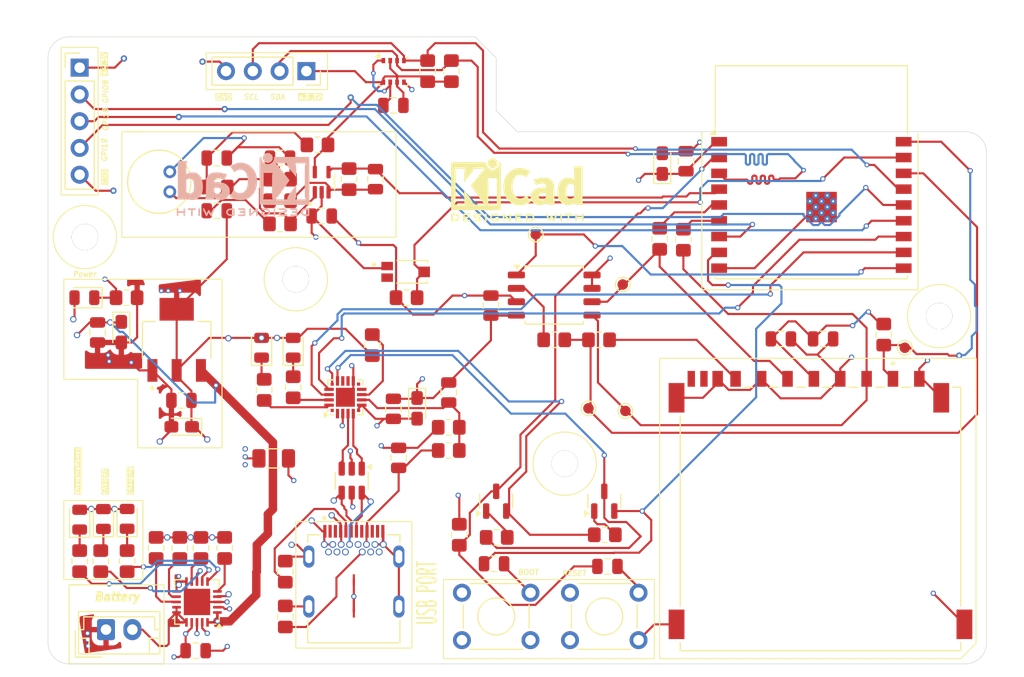
<source format=kicad_pcb>
(kicad_pcb (version 20241229) (generator "pcbnew") (generator_version "9.0")
  (layers (0 "F.Cu" signal) (4 "In1.Cu" power) (6 "In2.Cu" power) (2 "B.Cu" signal) (13 "F.Paste" user) (15 "B.Paste" user) (5 "F.SilkS" user "F.Silkscreen") (7 "B.SilkS" user "B.Silkscreen") (1 "F.Mask" user) (3 "B.Mask" user) (25 "Edge.Cuts" user))
  (property "Nets Label" "1 mm")
  (net 0 "")
  (net 1 "/+5V_USB")
  (net 2 "/VBUS")
  (net 3 "GND")
  (net 4 "/VBAT")
  (net 5 "+3.3V")
  (net 6 "Net-(U1-~{TE})")
  (net 7 "/ESP32 C3/CS_SD")
  (net 8 "Net-(J3-DAT0)")
  (net 10 "Net-(U4-VBUS)")
  (net 11 "Net-(U1-THERM)")
  (net 12 "Net-(U1-PROG1)")
  (net 13 "Net-(C15-Pad1)")
  (net 15 "/ESP32 C3/MISO_DO")
  (net 16 "/ESP32 C3/SCLK")
  (net 17 "Net-(U1-PROG3)")
  (net 18 "/CHARGING")
  (net 19 "/Charging_Power")
  (net 20 "/CHARGED")
  (net 21 "+5V")
  (net 22 "/ESP32 C3/MIC_OUT")
  (net 23 "/ESP32 C3/EN")
  (net 24 "/ESP32 C3/SCL")
  (net 25 "/ESP32 C3/SDA")
  (net 26 "Net-(C17-Pad1)")
  (net 27 "/ESP32 C3/CS")
  (net 28 "/ESP32 C3/RX_TX")
  (net 29 "/ESP32 C3/GPIO8")
  (net 30 "Net-(D1-K)")
  (net 31 "/ESP32 C3/GPIO18")
  (net 32 "/ESP32 C3/TX_RX")
  (net 33 "/ESP32 C3/PHOTO_C")
  (net 34 "/ESP32 C3/BOOT")
  (net 35 "/ESP32 C3/GPIO19")
  (net 36 "/USB_DN")
  (net 37 "/ESP32 C3/USB_D-")
  (net 38 "/USB_DP")
  (net 39 "/ESP32 C3/USB_D+")
  (net 40 "Net-(D2-K)")
  (net 41 "/ESP32 C3/MOSI_DI")
  (net 42 "Net-(D3-K)")
  (net 43 "/PWD_LED")
  (net 44 "Net-(D5-K)")
  (net 45 "Net-(D6-K)")
  (net 46 "Net-(U6-IN+)")
  (net 47 "Net-(Q2-B)")
  (net 48 "/ESP32 C3/RTS")
  (net 49 "/ESP32 C3/DTR")
  (net 50 "Net-(Q3-B)")
  (net 51 "Net-(J2-CC1)")
  (net 52 "Net-(J2-CC2)")
  (net 53 "Net-(U3-DO{slash}IO_{1})")
  (net 54 "Net-(U4-~{RST})")
  (net 55 "Net-(U4-~{TXT}{slash}GPIO.2)")
  (net 56 "Net-(U4-~{RXT}{slash}GPIO.3)")
  (net 57 "Net-(U5-IO6)")
  (net 58 "Net-(U5-IO7)")
  (net 75 "Net-(U6-IN-)")
  (net 76 "Net-(C21-Pad1)")
  (net 77 "Net-(C22-Pad2)")
  (footprint "Resistor_SMD:R_0805_2012Metric_Pad1.20x1.40mm_HandSolder" (layer "F.Cu") (at 173.5 112.55 180)
    (property "Reference" "R12" (hide yes))
    (property "Value" "47.5K")
  )
  (footprint "LED_SMD:LED_0805_2012Metric" (layer "F.Cu") (at 143 121.2375 90)
    (property "Reference" "D3" (hide yes))
    (property "Value" "B")
  )
  (footprint "Resistor_SMD:R_0805_2012Metric_Pad1.20x1.40mm_HandSolder" (layer "F.Cu") (at 152.25 124 90)
    (property "Reference" "R8" (hide yes))
    (property "Value" "10k")
  )
  (footprint "Resistor_SMD:R_0805_2012Metric_Pad1.20x1.40mm_HandSolder" (layer "F.Cu") (at 178.05 123)
    (property "Reference" "R30" (hide yes))
    (property "Value" "10K")
  )
  (footprint "Resistor_SMD:R_0805_2012Metric_Pad1.20x1.40mm_HandSolder" (layer "F.Cu") (at 151.5 89.75)
    (property "Reference" "R22" (hide yes))
    (property "Value" "2K")
  )
  (footprint "MountingHole:MountingHole_2.5mm" (layer "F.Cu") (at 139 94.5)
    (property "Reference" "REF**" (hide yes))
    (property "Value" "MountingHole_2.5mm")
  )
  (footprint "Resistor_SMD:R_0805_2012Metric_Pad1.20x1.40mm_HandSolder" (layer "F.Cu") (at 158 130.5 90)
    (property "Reference" "R2" (hide yes))
    (property "Value" "5.1k")
  )
  (footprint "Resistor_SMD:R_0805_2012Metric_Pad1.20x1.40mm_HandSolder" (layer "F.Cu") (at 158.75 108.75 90)
    (property "Reference" "R16" (hide yes))
    (property "Value" "470")
  )
  (footprint "LED_SMD:LED_0805_2012Metric" (layer "F.Cu") (at 138.5 121.3125 90)
    (property "Reference" "D1" (hide yes))
    (property "Value" "R")
  )
  (footprint "MountingHole:MountingHole_2.5mm" (layer "F.Cu") (at 159 98.5)
    (property "Reference" "REF**" (hide yes))
    (property "Value" "MountingHole_2.5mm")
  )
  (footprint "Resistor_SMD:R_0805_2012Metric_Pad1.20x1.40mm_HandSolder" (layer "F.Cu") (at 150 124 90)
    (property "Reference" "R7" (hide yes))
    (property "Value" "10k")
  )
  (footprint "Capacitor_Tantalum_SMD:CP_EIA-2012-15_AVX-P_HandSolder" (layer "F.Cu") (at 148.1775 112.5 180)
    (property "Reference" "C3" (hide yes))
    (property "Value" "10u")
  )
  (footprint "Resistor_SMD:R_0805_2012Metric_Pad1.20x1.40mm_HandSolder" (layer "F.Cu") (at 166.25 104.75 90)
    (property "Reference" "R14" (hide yes))
    (property "Value" "1K")
  )
  (footprint "TestPoint:TestPoint_Pad_D1.0mm" (layer "F.Cu") (at 190.25 111)
    (property "Reference" "TP1" (hide yes))
    (property "Value" "MOSI")
  )
  (footprint "Resistor_SMD:R_0805_2012Metric_Pad1.20x1.40mm_HandSolder" (layer "F.Cu") (at 140.5 125.25 90)
    (property "Reference" "R4" (hide yes))
    (property "Value" "470")
  )
  (footprint "Button_Switch_THT:SW_TH_Tactile_Omron_B3F-107x" (layer "F.Cu") (at 174.75 128.25)
    (property "Reference" "SW1" (hide yes))
    (property "Value" "BOOT")
  )
  (footprint "MAX4466EXK:SOT65P210X110-5N" (layer "F.Cu") (at 161.45 89.29 90)
    (property "Reference" "U6" (hide yes))
    (property "Value" "MAX4466EXK")
  )
  (footprint "Resistor_SMD:R_0805_2012Metric_Pad1.20x1.40mm_HandSolder" (layer "F.Cu") (at 173.75 78.75 90)
    (property "Reference" "R28" (hide yes))
    (property "Value" "4.7K")
  )
  (footprint "Button_Switch_THT:SW_TH_Tactile_Omron_B3F-107x" (layer "F.Cu") (at 185 128.25)
    (property "Reference" "SW2" (hide yes))
    (property "Value" "RESET")
  )
  (footprint "Connector_JST:JST_EH_B2B-EH-A_1x02_P2.50mm_Vertical" (layer "F.Cu") (at 141 131.75)
    (property "Reference" "J1" (hide yes))
    (property "Value" "Conn_01x02_Socket")
  )
  (footprint "Package_TO_SOT_SMD:SOT-23-6" (layer "F.Cu") (at 164.3 117.6125 -90)
    (property "Reference" "U2" (hide yes))
    (property "Value" "USBLC6-2SC6")
  )
  (footprint "Capacitor_SMD:C_0805_2012Metric" (layer "F.Cu") (at 140.2 103.55 -90)
    (property "Reference" "C1" (hide yes))
    (property "Value" "0.1u")
  )
  (footprint "Capacitor_SMD:C_0805_2012Metric" (layer "F.Cu") (at 177.5 101 -90)
    (property "Reference" "C10" (hide yes))
    (property "Value" "0.1u")
  )
  (footprint "Capacitor_SMD:C_0805_2012Metric" (layer "F.Cu") (at 151.5 87)
    (property "Reference" "C15" (hide yes))
    (property "Value" "0.1u")
  )
  (footprint "SS-52400-002:BELFUSE_SS-52400-002" (layer "F.Cu") (at 164.5 129.55)
    (property "Reference" "J2" (hide yes))
    (property "Value" "SS-52400-002")
  )
  (footprint "LED_SMD:LED_0805_2012Metric" (layer "F.Cu") (at 138.95 100.25 180)
    (property "Reference" "D4" (hide yes))
    (property "Value" "R")
  )
  (footprint "Resistor_SMD:R_0805_2012Metric_Pad1.20x1.40mm_HandSolder" (layer "F.Cu") (at 142.95 100.25 180)
    (property "Reference" "R6" (hide yes))
    (property "Value" "470")
  )
  (footprint "Connector_PinSocket_2.54mm:PinSocket_1x04_P2.54mm_Vertical" (layer "F.Cu") (at 160 78.75 -90)
    (property "Reference" "J5" (hide yes))
    (property "Value" "Conn_01x04_Pin")
  )
  (footprint "Resistor_SMD:R_0805_2012Metric_Pad1.20x1.40mm_HandSolder" (layer "F.Cu") (at 195.75 94.75 90)
    (property "Reference" "R18" (hide yes))
    (property "Value" "50")
  )
  (footprint "Resistor_SMD:R_0805_2012Metric_Pad1.20x1.40mm_HandSolder" (layer "F.Cu") (at 138.5 125.25 90)
    (property "Reference" "R3" (hide yes))
    (property "Value" "470")
  )
  (footprint "Capacitor_SMD:C_0805_2012Metric" (layer "F.Cu") (at 188.55 125.75)
    (property "Reference" "C20" (hide yes))
    (property "Value" "1uf")
  )
  (footprint "Resistor_SMD:R_0805_2012Metric_Pad1.20x1.40mm_HandSolder" (layer "F.Cu") (at 193.5 94.6625 90)
    (property "Reference" "R17" (hide yes))
    (property "Value" "50")
  )
  (footprint "Capacitor_SMD:C_0805_2012Metric" (layer "F.Cu") (at 151.5 92 180)
    (property "Reference" "C22" (hide yes))
    (property "Value" "10u")
  )
  (footprint "LED_SMD:LED_0805_2012Metric" (layer "F.Cu") (at 158.75 105 90)
    (property "Reference" "D6" (hide yes))
    (property "Value" "B")
  )
  (footprint "Capacitor_SMD:C_0805_2012Metric" (layer "F.Cu") (at 173.5 109.25 90)
    (property "Reference" "C7" (hide yes))
    (property "Value" "1u")
  )
  (footprint "Resistor_SMD:R_0805_2012Metric_Pad1.20x1.40mm_HandSolder" (layer "F.Cu") (at 157.5 91.05 180)
    (property "Reference" "R25" (hide yes))
    (property "Value" "10K")
  )
  (footprint "TestPoint:TestPoint_Pad_D1.0mm" (layer "F.Cu") (at 190 99)
    (property "Reference" "TP3" (hide yes))
    (property "Value" "SCLK")
  )
  (footprint "Capacitor_Tantalum_SMD:CP_EIA-2012-15_AVX-P_HandSolder" (layer "F.Cu") (at 142.45 103.5225 -90)
    (property "Reference" "C2" (hide yes))
    (property "Value" "10u")
  )
  (footprint "LM1117MPX-3.3_NOPB:VREG_LM1117MPX-3.3_NOPB" (layer "F.Cu") (at 147.7 104.25 90)
    (property "Reference" "VR1" (hide yes))
    (property "Value" "LM1117MPX-3.3_NOPB")
  )
  (footprint "Resistor_SMD:R_0805_2012Metric_Pad1.20x1.40mm_HandSolder" (layer "F.Cu") (at 157.5 89)
    (property "Reference" "R24" (hide yes))
    (property "Value" "1M")
  )
  (footprint "Capacitor_SMD:C_0805_2012Metric" (layer "F.Cu") (at 168.25 82)
    (property "Reference" "C17" (hide yes))
    (property "Value" "0.1u")
  )
  (footprint "Package_LGA:Bosch_LGA-8_2.5x2.5mm_P0.65mm_ClockwisePinNumbering" (layer "F.Cu") (at 168.275 78.775)
    (property "Reference" "U7" (hide yes))
    (property "Value" "BME280")
  )
  (footprint "Package_DFN_QFN:SiliconLabs_QFN-20-1EP_3x3mm_P0.5mm_EP1.8x1.8mm" (layer "F.Cu") (at 163.7 109.7 90)
    (property "Reference" "U4" (hide yes))
    (property "Value" "CP2102N-Axx-xQFN20")
  )
  (footprint "Resistor_SMD:R_0805_2012Metric_Pad1.20x1.40mm_HandSolder" (layer "F.Cu") (at 158 126.25 90)
    (property "Reference" "R1" (hide yes))
    (property "Value" "5.1k")
  )
  (footprint "TestPoint:TestPoint_Pad_D1.0mm" (layer "F.Cu") (at 216.75 105)
    (property "Reference" "TP4" (hide yes))
    (property "Value" "CS_SD")
  )
  (footprint "Capacitor_SMD:C_0805_2012Metric" (layer "F.Cu") (at 196 87.3 90)
    (property "Reference" "C11" (hide yes))
    (property "Value" "0.1u")
  )
  (footprint "Resistor_SMD:R_0805_2012Metric_Pad1.20x1.40mm_HandSolder" (layer "F.Cu") (at 169.5 100.25)
    (property "Reference" "R29" (hide yes))
    (property "Value" "10K")
  )
  (footprint "Symbol:KiCad-Logo2_5mm_SilkScreen" (layer "F.Cu") (at 180 90)
    (property "Reference" "REF**" (hide yes))
    (property "Value" "KiCad-Logo2_5mm_SilkScreen" (hide yes))
  )
  (footprint "Capacitor_Tantalum_SMD:CP_EIA-2012-12_Kemet-R_HandSolder" (layer "F.Cu") (at 170.5 110.75 -90)
    (property "Reference" "C8" (hide yes))
    (property "Value" "4.7u")
  )
  (footprint "TestPoint:TestPoint_Pad_D1.0mm" (layer "F.Cu") (at 181.75 94.25)
    (property "Reference" "TP5" (hide yes))
    (property "Value" "CS")
  )
  (footprint "Capacitor_SMD:C_0805_2012Metric" (layer "F.Cu") (at 177.8 125.5)
    (property "Reference" "C19" (hide yes))
    (property "Value" "0.1uf")
  )
  (footprint "Resistor_SMD:R_0805_2012Metric_Pad1.20x1.40mm_HandSolder" (layer "F.Cu") (at 157.5 93.25)
    (property "Reference" "R23" (hide yes))
    (property "Value" "1M")
  )
  (footprint "Resistor_SMD:R_0805_2012Metric_Pad1.20x1.40mm_HandSolder" (layer "F.Cu") (at 161.05 85.75 180)
    (property "Reference" "R21" (hide yes))
    (property "Value" "2K")
  )
  (footprint "Capacitor_SMD:C_0805_2012Metric" (layer "F.Cu") (at 157.5 87)
    (property "Reference" "C21" (hide yes))
    (property "Value" "0.1u")
  )
  (footprint "Package_SO:SOIC-8_5.3x5.3mm_P1.27mm" (layer "F.Cu") (at 183.5 100)
    (property "Reference" "U3" (hide yes))
    (property "Value" "W25Q32JVSS")
  )
  (footprint "Resistor_SMD:R_0805_2012Metric_Pad1.20x1.40mm_HandSolder" (layer "F.Cu") (at 174.5 122.75 90)
    (property "Reference" "R32" (hide yes))
    (property "Value" "10K")
  )
  (footprint "Capacitor_SMD:C_0805_2012Metric" (layer "F.Cu") (at 168.25 110.795 -90)
    (property "Reference" "C9" (hide yes))
    (property "Value" ".1u")
  )
  (footprint "Capacitor_SMD:C_0805_2012Metric" (layer "F.Cu") (at 205 104.1625)
    (property "Reference" "C14" (hide yes))
    (property "Value" "10u")
  )
  (footprint "LED_SMD:LED_0805_2012Metric" (layer "F.Cu") (at 140.75 121.25 90)
    (property "Reference" "D2" (hide yes))
    (property "Value" "G")
  )
  (footprint "LED_SMD:LED_0805_2012Metric" (layer "F.Cu") (at 155.75 105 90)
    (property "Reference" "D5" (hide yes))
    (property "Value" "G")
  )
  (footprint "Capacitor_SMD:C_0805_2012Metric" (layer "F.Cu") (at 149.5 133.75)
    (property "Reference" "C6" (hide yes))
    (property "Value" "1U")
  )
  (footprint "TEMT6000X01:TRANS_TEMT6000X01" (layer "F.Cu") (at 169.4125 97.8)
    (property "Reference" "Q1" (hide yes))
    (property "Value" "TEMT6000X01")
  )
  (footprint "RF_Module:ESP32-C3-WROOM-02" (layer "F.Cu") (at 207.89 91.45)
    (property "Reference" "U5" (hide yes))
    (property "Value" "ESP32-C3-WROOM-02")
  )
  (footprint "Resistor_SMD:R_0805_2012Metric_Pad1.20x1.40mm_HandSolder" (layer "F.Cu") (at 156 109 90)
    (property "Reference" "R15" (hide yes))
    (property "Value" "470")
  )
  (footprint "Capacitor_Tantalum_SMD:CP_EIA-2012-12_Kemet-R_HandSolder" (layer "F.Cu") (at 193.75 87.5225 90)
    (property "Reference" "C13" (hide yes))
    (property "Value" "10u")
  )
  (footprint "MountingHole:MountingHole_2.5mm" (layer "F.Cu") (at 220 102)
    (property "Reference" "REF**" (hide yes))
    (property "Value" "MountingHole_2.5mm")
  )
  (footprint "Capacitor_SMD:C_0805_2012Metric" (layer "F.Cu") (at 161.45 92.5)
    (property "Reference" "C18" (hide yes))
    (property "Value" "0.1u")
  )
  (footprint "MountingHole:MountingHole_2.5mm" (layer "F.Cu") (at 184.5 116)
    (property "Reference" "REF**" (hide yes))
    (property "Value" "MountingHole_2.5mm")
  )
  (footprint "Connector_PinHeader_2.54mm:PinHeader_1x05_P2.54mm_Vertical" (layer "F.Cu") (at 138.5 78.42)
    (property "Reference" "J4" (hide yes))
    (property "Value" "Conn_01x05_Pin")
  )
  (footprint "Package_TO_SOT_SMD:SOT-23" (layer "F.Cu") (at 188.25 119.5625 90)
    (property "Reference" "Q3" (hide yes))
    (property "Value" "BC817")
  )
  (footprint "Resistor_SMD:R_0805_2012Metric_Pad1.20x1.40mm_HandSolder" (layer "F.Cu") (at 164.05 89 90)
    (property "Reference" "R27" (hide yes))
    (property "Value" "100K")
  )
  (footprint "Resistor_SMD:R_0805_2012Metric_Pad1.20x1.40mm_HandSolder" (layer "F.Cu") (at 145.75 124 90)
    (property "Reference" "R9" (hide yes))
    (property "Value" "2k")
  )
  (footprint "TestPoint:TestPoint_Pad_D1.0mm" (layer "F.Cu") (at 186.75 110.75)
    (property "Reference" "TP2" (hide yes))
    (property "Value" "MSIO")
  )
  (footprint "Resistor_SMD:R_0805_2012Metric_Pad1.20x1.40mm_HandSolder" (layer "F.Cu") (at 188.3 122.75)
    (property "Reference" "R31" (hide yes))
    (property "Value" "10K")
  )
  (footprint "Resistor_SMD:R_0805_2012Metric_Pad1.20x1.40mm_HandSolder" (layer "F.Cu") (at 214.75 103.75 -90)
    (property "Reference" "R20" (hide yes))
    (property "Value" "10K")
  )
  (footprint "Resistor_SMD:R_0805_2012Metric_Pad1.20x1.40mm_HandSolder" (layer "F.Cu") (at 187.75 104.25 180)
    (property "Reference" "R19" (hide yes))
    (property "Value" "50")
  )
  (footprint "Package_DFN_QFN:QFN-20-1EP_4x4mm_P0.5mm_EP2.5x2.5mm" (layer "F.Cu") (at 149.625 129.125 180)
    (property "Reference" "U1" (hide yes))
    (property "Value" "MCP73871-4CC")
  )
  (footprint "GSD090012SEU:AMPHENOL_GSD090012SEU" (layer "F.Cu") (at 208.75 121.25)
    (property "Reference" "J3" (hide yes))
    (property "Value" "GSD090012SEU")
  )
  (footprint "Capacitor_SMD:C_0805_2012Metric" (layer "F.Cu") (at 148.15 110 180)
    (property "Reference" "C5" (hide yes))
    (property "Value" "0.1u")
  )
  (footprint "Capacitor_SMD:C_0805_2012Metric" (layer "F.Cu") (at 168.75 115.45 90)
    (property "Reference" "C4" (hide yes))
    (property "Value" "0.1u")
  )
  (footprint "Resistor_SMD:R_0805_2012Metric_Pad1.20x1.40mm_HandSolder" (layer "F.Cu") (at 143 125.25 90)
    (property "Reference" "R5" (hide yes))
    (property "Value" "470")
  )
  (footprint "Resistor_SMD:R_0805_2012Metric_Pad1.20x1.40mm_HandSolder" (layer "F.Cu") (at 171.5 78.75 90)
    (property "Reference" "R26" (hide yes))
    (property "Value" "4.7K")
  )
  (footprint "Fuse:Fuse_1206_3216Metric" (layer "F.Cu") (at 156.9 115.5 180)
    (property "Reference" "F1" (hide yes))
    (property "Value" "Fuse_Polarized")
  )
  (footprint "Package_TO_SOT_SMD:SOT-23" (layer "F.Cu") (at 178 119.5625 90)
    (property "Reference" "Q2" (hide yes))
    (property "Value" "BC817")
  )
  (footprint "Resistor_SMD:R_0805_2012Metric_Pad1.20x1.40mm_HandSolder" (layer "F.Cu") (at 148 124 90)
    (property "Reference" "R10" (hide yes))
    (property "Value" "20k")
  )
  (footprint "CMC-5042PF-AC:CUI_CMC-5042PF-AC" (layer "F.Cu") (at 146.05 89.25)
    (property "Reference" "MK1" (hide yes))
    (property "Value" "CMC-5042PF-AC")
  )
  (footprint "Capacitor_SMD:C_0805_2012Metric" (layer "F.Cu") (at 166.55 89 -90)
    (property "Reference" "C16" (hide yes))
    (property "Value" "0.1u")
  )
  (footprint "Resistor_SMD:R_0805_2012Metric_Pad1.20x1.40mm_HandSolder" (layer "F.Cu") (at 173.5 114.75)
    (property "Reference" "R11" (hide yes))
    (property "Value" "22.1K")
  )
  (footprint "Resistor_SMD:R_0805_2012Metric_Pad1.20x1.40mm_HandSolder" (layer "F.Cu") (at 183.5 104.25 180)
    (property "Reference" "R13" (hide yes))
    (property "Value" "50")
  )
  (footprint "Capacitor_SMD:C_0805_2012Metric" (layer "F.Cu") (at 209 104.1625)
    (property "Reference" "C12" (hide yes))
    (property "Value" "0.1u")
  )
  (footprint "Symbol:KiCad-Logo2_5mm_SilkScreen" (layer "B.Cu") (at 154 89.5 180)
    (property "Reference" "REF**" (hide yes))
    (property "Value" "KiCad-Logo2_5mm_SilkScreen" (hide yes))
  )
  (gr_line (start 193 134.5) (end 173 134.5) (stroke (width 0.1)) (layer "F.SilkS"))
  (gr_line (start 143 84.5) (end 144.5 84.5) (stroke (width 0.1)) (layer "F.SilkS"))
  (gr_line (start 193.5 107) (end 193.5 134.5) (stroke (width 0.1)) (layer "F.SilkS"))
  (gr_line (start 144.5 127) (end 137.5 127) (stroke (width 0.1)) (layer "F.SilkS"))
  (gr_line (start 223.5 106) (end 193.5 106) (stroke (width 0.1)) (layer "F.SilkS"))
  (gr_line (start 162 77) (end 162 80.5) (stroke (width 0.1)) (layer "F.SilkS"))
  (gr_line (start 198.5 99.5) (end 218 99.5) (stroke (width 0.1)) (layer "F.SilkS"))
  (gr_line (start 137 127) (end 137.5 127) (stroke (width 0.1)) (layer "F.SilkS"))
  (gr_line (start 150.5 77) (end 162 77) (stroke (width 0.1)) (layer "F.SilkS"))
  (gr_line (start 173 134.5) (end 173 127) (stroke (width 0.1)) (layer "F.SilkS"))
  (gr_line (start 137.5 135) (end 137.5 127.5) (stroke (width 0.1)) (layer "F.SilkS"))
  (gr_line (start 140.25 90.5) (end 136.75 90.5) (stroke (width 0.1)) (layer "F.SilkS"))
  (gr_line (start 144.5 119.5) (end 144.5 127) (stroke (width 0.1)) (layer "F.SilkS"))
  (gr_line (start 146.5 127.5) (end 146.5 135) (stroke (width 0.1)) (layer "F.SilkS"))
  (gr_line (start 142.5 84.5) (end 143 84.5) (stroke (width 0.1)) (layer "F.SilkS"))
  (gr_line (start 173.5 127) (end 193 127) (stroke (width 0.1)) (layer "F.SilkS"))
  (gr_line (start 222.05 134.5) (end 223.5 133.05) (stroke (width 0.1)) (layer "F.SilkS"))
  (gr_circle (center 159 98.5) (end 159 95.5) (stroke (width 0.1)) (fill no) (layer "F.SilkS"))
  (gr_line (start 223.5 133.05) (end 223.5 106) (stroke (width 0.1)) (layer "F.SilkS"))
  (gr_line (start 150.5 80.5) (end 150.5 77) (stroke (width 0.1)) (layer "F.SilkS"))
  (gr_line (start 159 121.5) (end 170 121.5) (stroke (width 0.1)) (layer "F.SilkS"))
  (gr_line (start 162 80.5) (end 150.5 80.5) (stroke (width 0.1)) (layer "F.SilkS"))
  (gr_line (start 218 99.5) (end 218 84.74) (stroke (width 0.1)) (layer "F.SilkS"))
  (gr_line (start 193.5 106) (end 193.5 107) (stroke (width 0.1)) (layer "F.SilkS"))
  (gr_line (start 146.5 135) (end 137.5 135) (stroke (width 0.1)) (layer "F.SilkS"))
  (gr_line (start 152 114.5) (end 145 114.5) (stroke (width 0.1)) (layer "F.SilkS"))
  (gr_line (start 145 114.5) (end 144 114.5) (stroke (width 0.1)) (layer "F.SilkS"))
  (gr_line (start 168.5 84.5) (end 168.5 94.515) (stroke (width 0.1)) (layer "F.SilkS"))
  (gr_line (start 138 127.5) (end 146.5 127.5) (stroke (width 0.1)) (layer "F.SilkS"))
  (gr_line (start 137 119.5) (end 144.5 119.5) (stroke (width 0.1)) (layer "F.SilkS"))
  (gr_circle (center 220 102) (end 220 99) (stroke (width 0.1)) (fill no) (layer "F.SilkS"))
  (gr_line (start 159 122) (end 159 121.5) (stroke (width 0.1)) (layer "F.SilkS"))
  (gr_line (start 193 127) (end 193 134.5) (stroke (width 0.1)) (layer "F.SilkS"))
  (gr_line (start 136.75 76.5) (end 140.25 76.5) (stroke (width 0.1)) (layer "F.SilkS"))
  (gr_line (start 138 127.5) (end 137.5 127.5) (stroke (width 0.1)) (layer "F.SilkS"))
  (gr_line (start 137 98.5) (end 152 98.5) (stroke (width 0.1)) (layer "F.SilkS"))
  (gr_line (start 173 127) (end 177.538748 127) (stroke (width 0.1)) (layer "F.SilkS"))
  (gr_line (start 198.5 99.5) (end 197.5 99.5) (stroke (width 0.1)) (layer "F.SilkS"))
  (gr_line (start 159 133.5) (end 159 122) (stroke (width 0.1)) (layer "F.SilkS"))
  (gr_line (start 170 133.5) (end 159 133.5) (stroke (width 0.1)) (layer "F.SilkS"))
  (gr_line (start 137.5 127.5) (end 139 127.5) (stroke (width 0.1)) (layer "F.SilkS"))
  (gr_line (start 140.25 76.5) (end 140.25 90.5) (stroke (width 0.1)) (layer "F.SilkS"))
  (gr_line (start 142.5 94.515) (end 142.5 84.5) (stroke (width 0.1)) (layer "F.SilkS"))
  (gr_line (start 144 114.5) (end 144 108) (stroke (width 0.1)) (layer "F.SilkS"))
  (gr_circle (center 184.5 116) (end 184.5 113) (stroke (width 0.1)) (fill no) (layer "F.SilkS"))
  (gr_line (start 193.5 134.5) (end 222.05 134.5) (stroke (width 0.1)) (layer "F.SilkS"))
  (gr_line (start 152 98.5) (end 152 114.5) (stroke (width 0.1)) (layer "F.SilkS"))
  (gr_line (start 197.5 99.5) (end 197.5 84.5) (stroke (width 0.1)) (layer "F.SilkS"))
  (gr_line (start 144 108) (end 137 108) (stroke (width 0.1)) (layer "F.SilkS"))
  (gr_line (start 168.5 94.515) (end 142.5 94.515) (stroke (width 0.1)) (layer "F.SilkS"))
  (gr_circle (center 139 94.5) (end 139 91.5) (stroke (width 0.1)) (fill no) (layer "F.SilkS"))
  (gr_line (start 137 108) (end 137 98.5) (stroke (width 0.1)) (layer "F.SilkS"))
  (gr_line (start 137 119.5) (end 137 127) (stroke (width 0.1)) (layer "F.SilkS"))
  (gr_line (start 143 84.5) (end 168.5 84.5) (stroke (width 0.1)) (layer "F.SilkS"))
  (gr_line (start 170 121.5) (end 170 133.5) (stroke (width 0.1)) (layer "F.SilkS"))
  (gr_line (start 136.75 90.5) (end 136.75 76.5) (stroke (width 0.1)) (layer "F.SilkS"))
  (gr_arc (start 224.5 133) (mid 223.914214 134.414214) (end 222.5 135) (stroke (width 0.05)) (layer "Edge.Cuts"))
  (gr_arc (start 135.5 77.5) (mid 136.085786 76.085786) (end 137.5 75.5) (stroke (width 0.05)) (layer "Edge.Cuts"))
  (gr_arc (start 137.5 135) (mid 136.085786 134.414214) (end 135.5 133) (stroke (width 0.05)) (layer "Edge.Cuts"))
  (gr_line (start 178 77.5) (end 176 75.5) (stroke (width 0.05)) (layer "Edge.Cuts"))
  (gr_line (start 137.5 75.5) (end 176 75.5) (stroke (width 0.05)) (layer "Edge.Cuts"))
  (gr_line (start 178 82.5) (end 178 77.5) (stroke (width 0.05)) (layer "Edge.Cuts"))
  (gr_line (start 178 82.5) (end 180 84.5) (stroke (width 0.05)) (layer "Edge.Cuts"))
  (gr_line (start 137.5 135) (end 222.5 135) (stroke (width 0.05)) (layer "Edge.Cuts"))
  (gr_line (start 224.5 133) (end 224.5 86.5) (stroke (width 0.05)) (layer "Edge.Cuts"))
  (gr_line (start 135.5 77.5) (end 135.5 133) (stroke (width 0.05)) (layer "Edge.Cuts"))
  (gr_line (start 222.5 84.5) (end 180 84.5) (stroke (width 0.05)) (layer "Edge.Cuts"))
  (gr_arc (start 222.5 84.5) (mid 223.914214 85.085786) (end 224.5 86.5) (stroke (width 0.05)) (layer "Edge.Cuts"))
  (gr_text "Power " (at 137.8 98.3 0) (layer "F.SilkS") (effects (font (size 0.5 0.5) (thickness 0.1) (bold yes) (italic yes)) (justify left bottom)))
  (gr_text "Charging" (at 143.5 119 90) (layer "F.SilkS" knockout) (effects (font (size 0.4 0.4) (thickness 0.08) (bold yes) (italic yes)) (justify left bottom)))
  (gr_text "Battery " (at 139.8 129.1 0) (layer "F.SilkS") (effects (font (size 0.8 0.8) (thickness 0.2) (bold yes) (italic yes)) (justify left bottom)))
  (gr_text "GPI19" (at 141.15 87.4 90) (layer "F.SilkS") (effects (font (size 0.5 0.5) (thickness 0.1) (bold yes) (italic yes)) (justify left bottom)))
  (gr_text "Charged" (at 141.1 119 90) (layer "F.SilkS" knockout) (effects (font (size 0.4 0.4) (thickness 0.08) (bold yes) (italic yes)) (justify left bottom)))
  (gr_text "GPI18" (at 141.25 84.5 90) (layer "F.SilkS") (effects (font (size 0.5 0.5) (thickness 0.1) (bold yes) (italic yes)) (justify left bottom)))
  (gr_text "+3.3V" (at 159.1 81.5 0) (layer "F.SilkS" knockout) (effects (font (size 0.5 0.5) (thickness 0.1) (bold yes) (italic yes)) (justify left bottom)))
  (gr_text "RESET" (at 184.2 126.7 0) (layer "F.SilkS") (effects (font (size 0.5 0.5) (thickness 0.1) (bold yes) (italic yes)) (justify left bottom)))
  (gr_text "+3.3V" (at 141.15 79.3 90) (layer "F.SilkS" knockout) (effects (font (size 0.5 0.5) (thickness 0.1) (bold yes)) (justify left bottom)))
  (gr_text "GND" (at 141.2 89.6 90) (layer "F.SilkS" knockout) (effects (font (size 0.5 0.5) (thickness 0.06) (bold yes)) (justify left bottom)))
  (gr_text "SCL" (at 154 81.5 0) (layer "F.SilkS") (effects (font (size 0.5 0.5) (thickness 0.1) (bold yes) (italic yes)) (justify left bottom)))
  (gr_text "GND" (at 151.3 81.5 0) (layer "F.SilkS" knockout) (effects (font (size 0.5 0.5) (thickness 0.1) (bold yes) (italic yes)) (justify left bottom)))
  (gr_text "GPIO8" (at 141.25 81.9 90) (layer "F.SilkS") (effects (font (size 0.5 0.5) (thickness 0.1) (bold yes) (italic yes)) (justify left bottom)))
  (gr_text "USB PORT" (at 172.5 131.4 90) (layer "F.SilkS") (effects (font (size 1.8 0.8) (thickness 0.16) (bold yes)) (justify left bottom)))
  (gr_text "SDA" (at 156.5 81.5 0) (layer "F.SilkS") (effects (font (size 0.5 0.5) (thickness 0.1) (bold yes) (italic yes)) (justify left bottom)))
  (gr_text "BOOT" (at 180 126.6 0) (layer "F.SilkS") (effects (font (size 0.5 0.5) (thickness 0.1) (bold yes) (italic yes)) (justify left bottom)))
  (gr_text "ChargingPower" (at 138.5 119 90) (layer "F.SilkS" knockout) (effects (font (size 0.4 0.4) (thickness 0.08) (bold yes) (italic yes)) (justify left bottom)))
  (segment (start 151.5625 128.625) (end 151.6135 128.574) (width 0.2) (layer "F.Cu") (net 1))
  (segment (start 150.125 131.0625) (end 150.125 131.625) (width 0.2) (layer "F.Cu") (net 1))
  (segment (start 154.35 115.5) (end 154.2 115.35) (width 0.2) (layer "F.Cu") (net 1))
  (segment (start 140.0125 120.3) (end 143 120.3) (width 0.2) (layer "F.Cu") (net 1))
  (segment (start 147.45 134.35) (end 147.95 134.35) (width 0.2) (layer "F.Cu") (net 1))
  (segment (start 148.55 133.75) (end 148.55 132.15) (width 0.2) (layer "F.Cu") (net 1))
  (segment (start 152.712104 129.783624) (end 152.256702 129.783624) (width 0.2) (layer "F.Cu") (net 1))
  (segment (start 138.5625 120.3125) (end 138.5 120.375) (width 0.2) (layer "F.Cu") (net 1))
  (segment (start 149.125 131.0625) (end 149.125 131.575) (width 0.2) (layer "F.Cu") (net 1))
  (segment (start 147.95 134.35) (end 148.55 133.75) (width 0.2) (layer "F.Cu") (net 1))
  (segment (start 155.5 115.5) (end 154.35 115.5) (width 0.2) (layer "F.Cu") (net 1))
  (segment (start 152.098078 129.625) (end 151.5625 129.625) (width 0.2) (layer "F.Cu") (net 1))
  (segment (start 140.75 120.3125) (end 138.5625 120.3125) (width 0.2) (layer "F.Cu") (net 1))
  (segment (start 152.43765 128.574) (end 152.622088 128.389562) (width 0.2) (layer "F.Cu") (net 1))
  (segment (start 152.256702 129.783624) (end 152.098078 129.625) (width 0.2) (layer "F.Cu") (net 1))
  (segment (start 140 120.3125) (end 140.0125 120.3) (width 0.2) (layer "F.Cu") (net 1))
  (segment (start 148.65 132.05) (end 148.55 132.15) (width 0.2) (layer "F.Cu") (net 1))
  (segment (start 149.625 131.0625) (end 149.625 132.125) (width 0.2) (layer "F.Cu") (net 1))
  (segment (start 149.125 131.575) (end 148.65 132.05) (width 0.2) (layer "F.Cu") (net 1))
  (segment (start 151.6135 128.574) (end 152.43765 128.574) (width 0.2) (layer "F.Cu") (net 1))
  (segment (start 150.125 131.625) (end 150.6 132.1) (width 0.2) (layer "F.Cu") (net 1))
  (via (at 154.2 114.6) (size 0.5) (drill 0.3) (layers "F.Cu" "B.Cu") (net 1))
  (via (at 139.6 120.3) (size 0.6) (drill 0.4) (layers "F.Cu" "B.Cu") (net 1))
  (via (at 149.625 132.125) (size 0.5) (drill 0.3) (layers "F.Cu" "B.Cu") (net 1))
  (via (at 152.622088 128.389562) (size 0.6) (drill 0.4) (layers "F.Cu" "B.Cu") (net 1))
  (via (at 150.6 132.1) (size 0.5) (drill 0.3) (layers "F.Cu" "B.Cu") (net 1))
  (via (at 148.55 132.15) (size 0.5) (drill 0.3) (layers "F.Cu" "B.Cu") (net 1))
  (via (at 152.712104 129.783624) (size 0.5) (drill 0.3) (layers "F.Cu" "B.Cu") (net 1))
  (via (at 154.2 114.6) (size 0.5) (drill 0.3) (layers "F.Cu" "B.Cu") (net 1))
  (via (at 141.8 120.3) (size 0.6) (drill 0.4) (layers "F.Cu" "B.Cu") (net 1))
  (via (at 147.45 134.35) (size 0.5) (drill 0.3) (layers "F.Cu" "B.Cu") (net 1))
  (via (at 154.2 116.1) (size 0.5) (drill 0.3) (layers "F.Cu" "B.Cu") (net 1))
  (via (at 154.2 115.35) (size 0.5) (drill 0.3) (layers "F.Cu" "B.Cu") (net 1))
  (via (at 154.2 114.6) (size 0.5) (drill 0.3) (layers "F.Cu" "B.Cu") (net 1))
  (segment (start 165.7 122.47) (end 165.75 122.42) (width 0.2) (layer "F.Cu") (net 2))
  (segment (start 163.3 123.67) (end 163.3 122.47) (width 0.2) (layer "F.Cu") (net 2))
  (segment (start 163.25 121.75) (end 163.25 122.42) (width 0.2) (layer "F.Cu") (net 2))
  (segment (start 169.25 116.4) (end 170.9 114.75) (width 0.2) (layer "F.Cu") (net 2))
  (segment (start 158.3 117.1) (end 158.8 117.6) (width 0.2) (layer "F.Cu") (net 2))
  (segment (start 165.75 122.42) (end 165.75 121.568) (width 0.2) (layer "F.Cu") (net 2))
  (segment (start 163.201 121.701) (end 163.25 121.75) (width 0.2) (layer "F.Cu") (net 2))
  (segment (start 165.75 121.568) (end 168.75 118.568) (width 0.2) (layer "F.Cu") (net 2))
  (segment (start 163.019 121.519) (end 163.201 121.519) (width 0.2) (layer "F.Cu") (net 2))
  (segment (start 164.3 120) (end 164.4 120.1) (width 0.2) (layer "F.Cu") (net 2))
  (segment (start 158.3 115.5) (end 158.3 117.1) (width 0.2) (layer "F.Cu") (net 2))
  (segment (start 170.9 114.75) (end 172.5 114.75) (width 0.2) (layer "F.Cu") (net 2))
  (segment (start 162.4 120.9) (end 163.019 121.519) (width 0.2) (layer "F.Cu") (net 2))
  (segment (start 168.75 118.568) (end 168.75 116.4) (width 0.2) (layer "F.Cu") (net 2))
  (segment (start 168.75 116.4) (end 169.25 116.4) (width 0.2) (layer "F.Cu") (net 2))
  (segment (start 163.3 122.47) (end 163.25 122.42) (width 0.2) (layer "F.Cu") (net 2))
  (segment (start 165.7 123.67) (end 165.7 122.47) (width 0.2) (layer "F.Cu") (net 2))
  (segment (start 164.3 118.75) (end 164.3 120) (width 0.2) (layer "F.Cu") (net 2))
  (segment (start 163.201 121.519) (end 163.201 121.701) (width 0.2) (layer "F.Cu") (net 2))
  (via (at 162.4 120.9) (size 0.6) (drill 0.4) (layers "F.Cu" "B.Cu") (net 2))
  (via (at 158.8 117.6) (size 0.5) (drill 0.3) (layers "F.Cu" "B.Cu") (net 2))
  (via (at 164.4 120.1) (size 0.5) (drill 0.3) (layers "F.Cu" "B.Cu") (net 2))
  (segment (start 152.75 78.83) (end 152.42 78.5) (width 0.2) (layer "F.Cu") (net 3))
  (segment (start 209.4 92.75) (end 209.95 92.2) (width 0.2) (layer "F.Cu") (net 3))
  (segment (start 208.4625 105.65) (end 207.4375 105.65) (width 0.2) (layer "F.Cu") (net 3))
  (segment (start 208.3 91.65) (end 208.85 91.1) (width 0.2) (layer "F.Cu") (net 3))
  (segment (start 168.75 114.5) (end 167.3 114.5) (width 0.2) (layer "F.Cu") (net 3))
  (segment (start 147.2 110) (end 147.2 112.5) (width 0.2) (layer "F.Cu") (net 3))
  (segment (start 147.2 108.95) (end 147.2 110) (width 0.2) (layer "F.Cu") (net 3))
  (segment (start 202.074 109.001) (end 203.125 107.95) (width 0.2) (layer "F.Cu") (net 3))
  (segment (start 141 131.75) (end 139.6 131.75) (width 0.2) (layer "F.Cu") (net 3))
  (segment (start 203.125 107.95) (end 204.975 109.8) (width 0.2) (layer "F.Cu") (net 3))
  (segment (start 138.5 88.58) (end 140.02 90.1) (width 0.2) (layer "F.Cu") (net 3))
  (segment (start 209.4 91.65) (end 209.95 91.1) (width 0.2) (layer "F.Cu") (net 3))
  (segment (start 164.3 115.60407) (end 164.3 116.475) (width 0.2) (layer "F.Cu") (net 3))
  (segment (start 169.3 79.8) (end 170 80.5) (width 0.2) (layer "F.Cu") (net 3))
  (segment (start 139.6 131.75) (end 139.25 132.1) (width 0.2) (layer "F.Cu") (net 3))
  (segment (start 207.75 91.1) (end 207.75 92.2) (width 0.2) (layer "F.Cu") (net 3))
  (segment (start 189.25 125.5) (end 189.25 125.25) (width 0.2) (layer "F.Cu") (net 3))
  (segment (start 150.15 77.85) (end 151.77 77.85) (width 0.2) (layer "F.Cu") (net 3))
  (segment (start 172.0275 109.7725) (end 173.5 108.3) (width 0.2) (layer "F.Cu") (net 3))
  (segment (start 158.45 87) (end 157.424 85.974) (width 0.2) (layer "F.Cu") (net 3))
  (segment (start 148.625 128.125) (end 148.625 127.1875) (width 0.2) (layer "F.Cu") (net 3))
  (segment (start 168.77 125) (end 168.63 125) (width 0.2) (layer "F.Cu") (net 3))
  (segment (start 161.7 123.67) (end 161.7 122.47) (width 0.2) (layer "F.Cu") (net 3))
  (segment (start 164.5 130) (end 164.5 128.6) (width 0.2) (layer "F.Cu") (net 3))
  (segment (start 209.4 90.55) (end 209.95 91.1) (width 0.2) (layer "F.Cu") (net 3))
  (segment (start 157.424 85.974) (end 153.476 85.974) (width 0.2) (layer "F.Cu") (net 3))
  (segment (start 160.23 129.55) (end 158.05 129.55) (width 0.2) (layer "F.Cu") (net 3))
  (segment (start 158.43 124.82) (end 158 125.25) (width 0.2) (layer "F.Cu") (net 3))
  (segment (start 161.45 91.55) (end 160.5 92.5) (width 0.2) (layer "F.Cu") (net 3))
  (segment (start 210.05 104.0625) (end 209.95 104.1625) (width 0.2) (layer "F.Cu") (net 3))
  (segment (start 164.175 115.47907) (end 164.3 115.60407) (width 0.2) (layer "F.Cu") (net 3))
  (segment (start 164.45 108.15) (end 164.45 108.95) (width 0.2) (layer "F.Cu") (net 3))
  (segment (start 170.7275 110) (end 170.5 109.7725) (width 0.2) (layer "F.Cu") (net 3))
  (segment (start 208.3 90.55) (end 207.75 91.1) (width 0.2) (layer "F.Cu") (net 3))
  (segment (start 161.52 122.42) (end 160.5 121.4) (width 0.2) (layer "F.Cu") (net 3))
  (segment (start 158.05 129.55) (end 158 129.5) (width 0.2) (layer "F.Cu") (net 3))
  (segment (start 199 107.95) (end 200.051 109.001) (width 0.2) (layer "F.Cu") (net 3))
  (segment (start 202.5 97.45) (end 207.75 92.2) (width 0.2) (layer "F.Cu") (net 3))
  (segment (start 149.625 129.125) (end 148.625 128.125) (width 0.2) (layer "F.Cu") (net 3))
  (segment (start 169.25 79.8) (end 169.3 79.8) (width 0.2) (layer "F.Cu") (net 3))
  (segment (start 147.6875 127.7125) (end 147.9 127.5) (width 0.2) (layer "F.Cu") (net 3))
  (segment (start 151.77 77.85) (end 152.42 78.5) (width 0.2) (layer "F.Cu") (net 3))
  (segment (start 170.4275 109.845) (end 170.5 109.7725) (width 0.2) (layer "F.Cu") (net 3))
  (segment (start 160.23 124.82) (end 159.11 123.7) (width 0.2) (layer "F.Cu") (net 3))
  (segment (start 210.625 107.8125) (end 210.625 107.95) (width 0.2) (layer "F.Cu") (net 3))
  (segment (start 164.5 130) (end 164.5 130.1) (width 0.2) (layer "F.Cu") (net 3))
  (segment (start 167.3 123.67) (end 166.5 123.67) (width 0.2) (layer "F.Cu") (net 3))
  (segment (start 209.95 92.2) (end 209.95 91.1) (width 0.2) (layer "F.Cu") (net 3))
  (segment (start 196.45 86.35) (end 197.3 85.5) (width 0.2) (layer "F.Cu") (net 3))
  (segment (start 210.625 107.95) (end 210.625 108.125) (width 0.2) (layer "F.Cu") (net 3))
  (segment (start 193.75 86.545) (end 195.805 86.545) (width 0.2) (layer "F.Cu") (net 3))
  (segment (start 166.959619 123.67) (end 167.25 123.379619) (width 0.2) (layer "F.Cu") (net 3))
  (segment (start 191.5 132.75) (end 193 131.25) (width 0.2) (layer "F.Cu") (net 3))
  (segment (start 166.5 123.67) (end 166.959619 123.67) (width 0.2) (layer "F.Cu") (net 3))
  (segment (start 158.5 89) (end 158.5 87.05) (width 0.2) (layer "F.Cu") (net 3))
  (segment (start 173.5 108.3) (end 177.5 104.3) (width 0.2) (layer "F.Cu") (net 3))
  (segment (start 210.625 107.95) (end 210.625 106.975) (width 0.2) (layer "F.Cu") (net 3))
  (segment (start 167.3 122.47) (end 167.25 122.42) (width 0.2) (layer "F.Cu") (net 3))
  (segment (start 158.5 87.05) (end 158.45 87) (width 0.2) (layer "F.Cu") (net 3))
  (segment (start 160.5 92.5) (end 165.45 97.45) (width 0.2) (layer "F.Cu") (net 3))
  (segment (start 161.7 122.47) (end 161.75 122.42) (width 0.2) (layer "F.Cu") (net 3))
  (segment (start 167.3 114.5) (end 167.1 114.3) (width 0.2) (layer "F.Cu") (net 3))
  (segment (start 163.45 112.35) (end 163.4 112.4) (width 0.2) (layer "F.Cu") (net 3))
  (segment (start 207.75 92.2) (end 208.3 92.75) (width 0.2) (layer "F.Cu") (net 3))
  (segment (start 162.5 123.67) (end 161.7 123.67) (width 0.2) (layer "F.Cu") (net 3))
  (segment (start 208.775 109.8) (end 210.625 107.95) (width 0.2) (layer "F.Cu") (net 3))
  (segment (start 149.625 129.125) (end 151.5625 129.125) (width 0.2) (layer "F.Cu") (net 3))
  (segment (start 160.5 92.5) (end 160.5 94.1) (width 0.2) (layer "F.Cu") (net 3))
  (segment (start 191.5 128.25) (end 191.5 127.75) (width 0.2) (layer "F.Cu") (net 3))
  (segment (start 197.602 109.75) (end 199 108.352) (width 0.2) (layer "F.Cu") (net 3))
  (segment (start 142.45 104.5) (end 143.45 104.5) (width 0.2) (layer "F.Cu") (net 3))
  (segment (start 218.125 106.975) (end 218.9 106.2) (width 0.2) (layer "F.Cu") (net 3))
  (segment (start 179.8675 101.95) (end 179.9125 101.905) (width 0.2) (layer "F.Cu") (net 3))
  (segment (start 147.2 112.5) (end 147.2 112.8) (width 0.2) (layer "F.Cu") (net 3))
  (segment (start 208.85 91.65) (end 209.4 91.65) (width 0.2) (layer "F.Cu") (net 3))
  (segment (start 199.14 97.45) (end 202.5 97.45) (width 0.2) (layer "F.Cu") (net 3))
  (segment (start 168.63 125) (end 167.3 123.67) (width 0.2) (layer "F.Cu") (net 3))
  (segment (start 164.45 108.15) (end 164.45 106.85) (width 0.2) (layer "F.Cu") (net 3))
  (segment (start 145.75 123) (end 146.8 123) (width 0.2) (layer "F.Cu") (net 3))
  (segment (start 196 86.35) (end 196.45 86.35) (width 0.2) (layer "F.Cu") (net 3))
  (segment (start 200.051 109.001) (end 202.074 109.001) (width 0.2) (layer "F.Cu") (net 3))
  (segment (start 220.2 109.75) (end 218.4 107.95) (width 0.2) (layer "F.Cu") (net 3))
  (segment (start 161.75 122.42) (end 161.52 122.42) (width 0.2) (layer "F.Cu") (net 3))
  (segment (start 152.45 87) (end 154.1 85.35) (width 0.2) (layer "F.Cu") (net 3))
  (segment (start 164.45 108.95) (end 163.7 109.7) (width 0.2) (layer "F.Cu") (net 3))
  (segment (start 195.805 86.545) (end 196 86.35) (width 0.2) (layer "F.Cu") (net 3))
  (segment (start 145.4 107.15) (end 147.2 108.95) (width 0.2) (layer "F.Cu") (net 3))
  (segment (start 208.85 92.2) (end 209.4 92.75) (width 0.2) (layer "F.Cu") (net 3))
  (segment (start 145.4 107.15) (end 144.15 107.15) (width 0.2) (layer "F.Cu") (net 3))
  (segment (start 195.1 109.75) (end 197.602 109.75) (width 0.2) (layer "F.Cu") (net 3))
  (segment (start 208.3 92.75) (end 209.4 92.75) (width 0.2) (layer "F.Cu") (net 3))
  (segment (start 161.45 90.25) (end 161.45 91.55) (width 0.2) (layer "F.Cu") (net 3))
  (segment (start 208.4625 105.65) (end 210.625 107.8125) (width 0.2) (layer "F.Cu") (net 3))
  (segment (start 165.45 97.45) (end 167.6575 97.45) (width 0.2) (layer "F.Cu") (net 3))
  (segment (start 178.75 125.75) (end 178.75 125.5) (width 0.2) (layer "F.Cu") (net 3))
  (segment (start 140.2 104.5) (end 142.45 104.5) (width 0.2) (layer "F.Cu") (net 3))
  (segment (start 209.95 92.2) (end 208.85 92.2) (width 0.2) (layer "F.Cu") (net 3))
  (segment (start 152.475 129.125) (end 151.5625 129.125) (width 0.2) (layer "F.Cu") (net 3))
  (segment (start 164.175 114.802818) (end 164.175 115.47907) (width 0.2) (layer "F.Cu") (net 3))
  (segment (start 143.95 100.25) (end 143.95 104) (width 0.2) (layer "F.Cu") (net 3))
  (segment (start 222.4 131.25) (end 219.45 128.3) (width 0.2) (layer "F.Cu") (net 3))
  (segment (start 144.15 107.15) (end 143.4 106.4) (width 0.2) (layer "F.Cu") (net 3))
  (segment (start 154.1 85.35) (end 154.1 85.1) (width 0.2) (layer "F.Cu") (net 3))
  (segment (start 167.3 123.67) (end 167.3 122.47) (width 0.2) (layer "F.Cu") (net 3))
  (segment (start 168.77 129.55) (end 168.77 125) (width 0.2) (layer "F.Cu") (net 3))
  (segment (start 168.75 114.5) (end 170.55 114.5) (width 0.2) (layer "F.Cu") (net 3))
  (segment (start 204.975 109.8) (end 208.775 109.8) (width 0.2) (layer "F.Cu") (net 3))
  (segment (start 218.125 107.95) (end 218.125 106.975) (width 0.2) (layer "F.Cu") (net 3))
  (segment (start 208.85 91.1) (end 209.4 91.65) (width 0.2) (layer "F.Cu") (net 3))
  (segment (start 152.1 133.75) (end 150.45 133.75) (width 0.2) (layer "F.Cu") (net 3))
  (segment (start 170.5 109.7725) (end 170.5 108.45) (width 0.2) (layer "F.Cu") (net 3))
  (segment (start 218.4 107.95) (end 218.125 107.95) (width 0.2) (layer "F.Cu") (net 3))
  (segment (start 147.2 112.8) (end 146.1 113.9) (width 0.2) (layer "F.Cu") (net 3))
  (segment (start 208.3 90.55) (end 208.85 91.1) (width 0.2) (layer "F.Cu") (net 3))
  (segment (start 208.85 92.2) (end 208.3 91.65) (width 0.2) (layer "F.Cu") (net 3))
  (segment (start 177.5 104.3) (end 177.5 101.95) (width 0.2) (layer "F.Cu") (net 3))
  (segment (start 140.02 90.1) (end 141.7 90.1) (width 0.2) (layer "F.Cu") (net 3))
  (segment (start 177.5 101.95) (end 179.8675 101.95) (width 0.2) (layer "F.Cu") (net 3))
  (segment (start 210.625 106.975) (end 211.7 105.9) (width 0.2) (layer "F.Cu") (net 3))
  (segment (start 167.25 123.379619) (end 167.25 122.42) (width 0.2) (layer "F.Cu") (net 3))
  (segment (start 209.4 91.65) (end 208.85 92.2) (width 0.2) (layer "F.Cu") (net 3))
  (segment (start 150 123) (end 152.25 123) (width 0.2) (layer "F.Cu") (net 3))
  (segment (start 193 131.25) (end 195.1 131.25) (width 0.2) (layer "F.Cu") (net 3))
  (segment (start 181.25 128.25) (end 178.75 125.75) (width 0.2) (layer "F.Cu") (net 3))
  (segment (start 170.55 114.5) (end 172.5 112.55) (width 0.2) (layer "F.Cu") (net 3))
  (segment (start 163.45 111.25) (end 163.45 112.35) (width 0.2) (layer "F.Cu") (net 3))
  (segment (start 191.5 127.75) (end 189.25 125.5) (width 0.2) (layer "F.Cu") (net 3))
  (segment (start 170.5 109.7725) (end 172.0275 109.7725) (width 0.2) (layer "F.Cu") (net 3))
  (segment (start 207.4375 105.65) (end 205.95 104.1625) (width 0.2) (layer "F.Cu") (net 3))
  (segment (start 147.6875 128.125) (end 147.6875 127.7125) (width 0.2) (layer "F.Cu") (net 3))
  (segment (start 159.11 123.7) (end 158.6 123.7) (width 0.2) (layer "F.Cu") (net 3))
  (segment (start 160.5 94.1) (end 160.9 94.5) (width 0.2) (layer "F.Cu") (net 3))
  (segment (start 168.77 125) (end 168.77 124.82) (width 0.2) (layer "F.Cu") (net 3))
  (segment (start 164.5 127) (end 164.5 130) (width 0.2) (layer "F.Cu") (net 3))
  (segment (start 148 123) (end 150 123) (width 0.2) (layer "F.Cu") (net 3))
  (segment (start 170.5 108.45) (end 171 107.95) (width 0.2) (layer "F.Cu") (net 3))
  (segment (start 152.5 133.35) (end 152.1 133.75) (width 0.2) (layer "F.Cu") (net 3))
  (segment (start 160.23 124.82) (end 158.43 124.82) (width 0.2) (layer "F.Cu") (net 3))
  (segment (start 209.95 104.1625) (end 208.4625 105.65) (width 0.2) (layer "F.Cu") (net 3))
  (segment (start 146.8 123) (end 148 123) (width 0.2) (layer "F.Cu") (net 3))
  (segment (start 168.25 109.845) (end 170.4275 109.845) (width 0.2) (layer "F.Cu") (net 3))
  (segment (start 143.45 104.5) (end 143.95 104) (width 0.2) (layer "F.Cu") (net 3))
  (segment (start 164.45 106.85) (end 164.3 106.7) (width 0.2) (layer "F.Cu") (net 3))
  (segment (start 199 108.352) (end 199 107.95) (width 0.2) (layer "F.Cu") (net 3))
  (segment (start 153.476 85.974) (end 152.45 87) (width 0.2) (layer "F.Cu") (net 3))
  (via (at 164.3 106.7) (size 0.5) (drill 0.3) (layers "F.Cu" "B.Cu") (net 3))
  (via (at 139.25 132.1) (size 0.5) (drill 0.3) (layers "F.Cu" "B.Cu") (net 3))
  (via (at 147.9 126.7) (size 0.45) (drill 0.25) (layers "F.Cu" "B.Cu") (net 3))
  (via (at 164.5 128.6) (size 0.5) (drill 0.3) (layers "F.Cu" "B.Cu") (net 3))
  (via (at 141.2 105.7) (size 0.45) (drill 0.25) (layers "F.Cu" "B.Cu") (net 3))
  (via (at 152.5 133.35) (size 0.5) (drill 0.3) (layers "F.Cu" "B.Cu") (net 3))
  (via (at 146.1 113.9) (size 0.6) (drill 0.4) (layers "F.Cu" "B.Cu") (net 3))
  (via (at 158.6 123.7) (size 0.6) (drill 0.4) (layers "F.Cu" "B.Cu") (net 3))
  (via (at 139.25 132.7) (size 0.5) (drill 0.3) (layers "F.Cu" "B.Cu") (net 3))
  (via (at 139.3 133.3) (size 0.5) (drill 0.3) (layers "F.Cu" "B.Cu") (net 3))
  (via (at 160.5 121.4) (size 0.6) (drill 0.4) (layers "F.Cu" "B.Cu") (net 3))
  (via (at 219.45 128.3) (size 0.5) (drill 0.3) (layers "F.Cu" "B.Cu") (net 3))
  (via (at 211.7 105.9) (size 0.5) (drill 0.3) (layers "F.Cu" "B.Cu") (net 3))
  (via (at 146.8 123) (size 0.6) (drill 0.4) (layers "F.Cu" "B.Cu") (net 3))
  (via (at 141.7 90.1) (size 0.6) (drill 0.3) (layers "F.Cu" "B.Cu") (net 3))
  (via (at 171 107.95) (size 0.5) (drill 0.3) (layers "F.Cu" "B.Cu") (net 3))
  (via (at 218.9 106.2) (size 0.5) (drill 0.3) (layers "F.Cu" "B.Cu") (net 3))
  (via (at 154.1 85.1) (size 0.5) (drill 0.3) (layers "F.Cu" "B.Cu") (net 3))
  (via (at 150.15 77.85) (size 0.6) (drill 0.3) (layers "F.Cu" "B.Cu") (net 3))
  (via (at 147.9 126.7) (size 0.45) (drill 0.25) (layers "F.Cu" "B.Cu") (net 3))
  (via (at 167.1 114.3) (size 0.5) (drill 0.3) (layers "F.Cu" "B.Cu") (net 3))
  (via (at 151.064359 123) (size 0.6) (drill 0.4) (layers "F.Cu" "B.Cu") (net 3))
  (via (at 143.4 106.4) (size 0.45) (drill 0.25) (layers "F.Cu" "B.Cu") (net 3))
  (via (at 149.022173 123) (size 0.6) (drill 0.4) (layers "F.Cu" "B.Cu") (net 3))
  (via (at 141.3 106.3) (size 0.45) (drill 0.25) (layers "F.Cu" "B.Cu") (net 3))
  (via (at 163.4 112.4) (size 0.5) (drill 0.3) (layers "F.Cu" "B.Cu") (net 3))
  (via (at 197.3 85.5) (size 0.5) (drill 0.3) (layers "F.Cu" "B.Cu") (net 3))
  (via (at 160.9 94.5) (size 0.5) (drill 0.3) (layers "F.Cu" "B.Cu") (net 3))
  (via (at 152.475 129.125) (size 0.5) (drill 0.3) (layers "F.Cu" "B.Cu") (net 3))
  (via (at 170 80.5) (size 0.5) (drill 0.3) (layers "F.Cu" "B.Cu") (net 3))
  (via (at 164.175 114.802818) (size 0.5) (drill 0.3) (layers "F.Cu" "B.Cu") (net 3))
  (via (at 147.9 127.5) (size 0.6) (drill 0.4) (layers "F.Cu" "B.Cu") (net 3))
  (segment (start 147.05 88.3) (end 150.25 85.1) (width 0.2) (layer "B.Cu") (net 3))
  (segment (start 150.25 85.1) (end 154.1 85.1) (width 0.2) (layer "B.Cu") (net 3))
  (segment (start 146.1 113.9) (end 146.25 113.75) (width 0.2) (layer "B.Cu") (net 3))
  (segment (start 143.5 131.75) (end 144.45 131.75) (width 0.2) (layer "F.Cu") (net 4))
  (segment (start 146.95 133.1) (end 146.95 130.8625) (width 0.2) (layer "F.Cu") (net 4))
  (segment (start 147.6875 130.125) (end 148.625 131.0625) (width 0.2) (layer "F.Cu") (net 4))
  (segment (start 146.95 130.8625) (end 147.6875 130.125) (width 0.2) (layer "F.Cu") (net 4))
  (segment (start 144.45 131.75) (end 146 133.3) (width 0.2) (layer "F.Cu") (net 4))
  (segment (start 146.75 133.3) (end 146.95 133.1) (width 0.2) (layer "F.Cu") (net 4))
  (segment (start 147.6875 129.625) (end 147.6875 130.125) (width 0.2) (layer "F.Cu") (net 4))
  (segment (start 146 133.3) (end 146.75 133.3) (width 0.2) (layer "F.Cu") (net 4))
  (segment (start 214.75 102.75) (end 214.45 102.75) (width 0.2) (layer "F.Cu") (net 5))
  (segment (start 138.0125 100.25) (end 138.0125 102.1875) (width 0.2) (layer "F.Cu") (net 5))
  (segment (start 155.75 104.0625) (end 155.9375 104.0625) (width 0.2) (layer "F.Cu") (net 5))
  (segment (start 209.3125 102.9) (end 211.8 102.9) (width 0.2) (layer "F.Cu") (net 5))
  (segment (start 149.1 110) (end 149.1 112.2) (width 0.2) (layer "F.Cu") (net 5))
  (segment (start 206.3875 102.5) (end 205.7125 102.5) (width 0.2) (layer "F.Cu") (net 5))
  (segment (start 214.45 102.75) (end 213.3 101.6) (width 0.2) (layer "F.Cu") (net 5))
  (segment (start 155.75 104.0625) (end 158.75 104.0625) (width 0.2) (layer "F.Cu") (net 5))
  (segment (start 158.75 104.0625) (end 159.2375 104.0625) (width 0.2) (layer "F.Cu") (net 5))
  (segment (start 164.95 110.75) (end 165.25 110.45) (width 0.2) (layer "F.Cu") (net 5))
  (segment (start 177.5 100.05) (end 179.3275 100.05) (width 0.2) (layer "F.Cu") (net 5))
  (segment (start 208.125 104.2375) (end 208.05 104.1625) (width 0.2) (layer "F.Cu") (net 5))
  (segment (start 164.95 110.95) (end 164.95 110.75) (width 0.2) (layer "F.Cu") (net 5))
  (segment (start 168.499 79.249) (end 168.6 79.35) (width 0.2) (layer "F.Cu") (net 5))
  (segment (start 208.05 104.1625) (end 209.3125 102.9) (width 0.2) (layer "F.Cu") (net 5))
  (segment (start 171.5 79.75) (end 170.999 79.249) (width 0.2) (layer "F.Cu") (net 5))
  (segment (start 160.1 103.2) (end 163.7 103.2) (width 0.2) (layer "F.Cu") (net 5))
  (segment (start 147.7 107.15) (end 147.7 107.7) (width 0.2) (layer "F.Cu") (net 5))
  (segment (start 167.3 79.8) (end 167.3 79.423) (width 0.2) (layer "F.Cu") (net 5))
  (segment (start 168.2675 111.7275) (end 168.25 111.745) (width 0.2) (layer "F.Cu") (net 5))
  (segment (start 173.85 100.05) (end 172.05 101.85) (width 0.2) (layer "F.Cu") (net 5))
  (segment (start 160 78.75) (end 164.6 78.75) (width 0.2) (layer "F.Cu") (net 5))
  (segment (start 170.999 79.249) (end 168.701 79.249) (width 0.2) (layer "F.Cu") (net 5))
  (segment (start 168.25 111.745) (end 167.355 111.745) (width 0.2) (layer "F.Cu") (net 5))
  (segment (start 152.45 96.6) (end 147.7 101.35) (width 0.2) (layer "F.Cu") (net 5))
  (segment (start 160.04 78.5) (end 160.29 78.75) (width 0.2) (layer "F.Cu") (net 5))
  (segment (start 168.701 79.249) (end 168.6 79.35) (width 0.2) (layer "F.Cu") (net 5))
  (segment (start 168.6 79.8) (end 168.6 80.2) (width 0.2) (layer "F.Cu") (net 5))
  (segment (start 169.2 80.8) (end 169.2 82) (width 0.2) (layer "F.Cu") (net 5))
  (segment (start 147.7 107.15) (end 150.7875 104.0625) (width 0.2) (layer "F.Cu") (net 5))
  (segment (start 149.1 112.2) (end 150.6 113.7) (width 0.2) (layer "F.Cu") (net 5))
  (segment (start 162.05 85.75) (end 162.05 85.05) (width 0.2) (layer "F.Cu") (net 5))
  (segment (start 168.6 80.2) (end 169.2 80.8) (width 0.2) (layer "F.Cu") (net 5))
  (segment (start 179.3275 100.05) (end 179.9125 100.635) (width 0.2) (layer "F.Cu") (net 5))
  (segment (start 168.5085 99.051) (end 168.5085 95.5085) (width 0.2) (layer "F.Cu") (net 5))
  (segment (start 198.8 85.45) (end 199.14 85.45) (width 0.2) (layer "F.Cu") (net 5))
  (segment (start 160.8 87) (end 162.05 85.75) (width 0.2) (layer "F.Cu") (net 5))
  (segment (start 175 100.05) (end 173.85 100.05) (width 0.2) (layer "F.Cu") (net 5))
  (segment (start 172.05 101.85) (end 170.1 101.85) (width 0.2) (layer "F.Cu") (net 5))
  (segment (start 205.7125 102.5) (end 204.05 104.1625) (width 0.2) (layer "F.Cu") (net 5))
  (segment (start 168.5 99.051) (end 168.5085 99.051) (width 0.2) (layer "F.Cu") (net 5))
  (segment (start 152.45 92) (end 152.45 96.6) (width 0.2) (layer "F.Cu") (net 5))
  (segment (start 192.1 88.5) (end 191.5 89.1) (width 0.2) (layer "F.Cu") (net 5))
  (segment (start 168.5 100.25) (end 168.5 99.0595) (width 0.2) (layer "F.Cu") (net 5))
  (segment (start 173.75 79.75) (end 171.5 79.75) (width 0.2) (layer "F.Cu") (net 5))
  (segment (start 204.3375 104.1625) (end 208.125 107.95) (width 0.2) (layer "F.Cu") (net 5))
  (segment (start 147.7 107.7) (end 149.1 109.1) (width 0.2) (layer "F.Cu") (net 5))
  (segment (start 164.6 78.75) (end 165.65 79.8) (width 0.2) (layer "F.Cu") (net 5))
  (segment (start 193.75 88.5) (end 192.1 88.5) (width 0.2) (layer "F.Cu") (net 5))
  (segment (start 168.6 79.35) (end 168.6 79.8) (width 0.2) (layer "F.Cu") (net 5))
  (segment (start 167.355 111.745) (end 166.7 112.4) (width 0.2) (layer "F.Cu") (net 5))
  (segment (start 167.95 78.498) (end 167.95 77.75) (width 0.2) (layer "F.Cu") (net 5))
  (segment (start 168.25 111.745) (end 166.545 111.745) (width 0.2) (layer "F.Cu") (net 5))
  (segment (start 170.1 101.85) (end 168.5 100.25) (width 0.2) (layer "F.Cu") (net 5))
  (segment (start 166.545 111.745) (end 165.25 110.45) (width 0.2) (layer "F.Cu") (net 5))
  (segment (start 174.5 119.1) (end 174.4 119) (width 0.2) (layer "F.Cu") (net 5))
  (segment (start 170.5 111.7275) (end 168.2675 111.7275) (width 0.2) (layer "F.Cu") (net 5))
  (segment (start 195.75 88.5) (end 196 88.25) (width 0.2) (layer "F.Cu") (net 5))
  (segment (start 138.5 78.42) (end 141.83 78.42) (width 0.2) (layer "F.Cu") (net 5))
  (segment (start 163.7 103.2) (end 166.25 105.75) (width 0.2) (layer "F.Cu") (net 5))
  (segment (start 168.701 79.249) (end 167.95 78.498) (width 0.2) (layer "F.Cu") (net 5))
  (segment (start 177.5 100.05) (end 175 100.05) (width 0.2) (layer "F.Cu") (net 5))
  (segment (start 165.15 95.25) (end 164.95 95.05) (width 0.2) (layer "F.Cu") (net 5))
  (segment (start 150.7875 104.0625) (end 155.75 104.0625) (width 0.2) (layer "F.Cu") (net 5))
  (segment (start 149.1 109.1) (end 149.1 110) (width 0.2) (layer "F.Cu") (net 5))
  (segment (start 168.5 99.0595) (end 168.5085 99.051) (width 0.2) (layer "F.Cu") (net 5))
  (segment (start 187.0875 98.095) (end 187.205 98.095) (width 0.2) (layer "F.Cu") (net 5))
  (segment (start 193.75 88.5) (end 195.75 88.5) (width 0.2) (layer "F.Cu") (net 5))
  (segment (start 164.95 95.05) (end 162.4 92.5) (width 0.2) (layer "F.Cu") (net 5))
  (segment (start 174.5 121.75) (end 174.5 119.1) (width 0.2) (layer "F.Cu") (net 5))
  (segment (start 162.05 85.05) (end 167.3 79.8) (width 0.2) (layer "F.Cu") (net 5))
  (segment (start 187.0875 99.365) (end 187.0875 98.095) (width 0.2) (layer "F.Cu") (net 5))
  (segment (start 168.25 95.25) (end 165.15 95.25) (width 0.2) (layer "F.Cu") (net 5))
  (segment (start 159.2375 104.0625) (end 160.1 103.2) (width 0.2) (layer "F.Cu") (net 5))
  (segment (start 167.474 79.249) (end 168.499 79.249) (width 0.2) (layer "F.Cu") (net 5))
  (segment (start 167.3 79.423) (end 167.474 79.249) (width 0.2) (layer "F.Cu") (net 5))
  (segment (start 165.65 79.8) (end 167.3 79.8) (width 0.2) (layer "F.Cu") (net 5))
  (segment (start 208.05 104.1625) (end 206.3875 102.5) (width 0.2) (layer "F.Cu") (net 5))
  (segment (start 138.0125 102.1875) (end 137.9 102.3) (width 0.2) (layer "F.Cu") (net 5))
  (segment (start 196 88.25) (end 198.8 85.45) (width 0.2) (layer "F.Cu") (net 5))
  (segment (start 168.5085 95.5085) (end 168.25 95.25) (width 0.2) (layer "F.Cu") (net 5))
  (segment (start 187.205 98.095) (end 188.8 96.5) (width 0.2) (layer "F.Cu") (net 5))
  (segment (start 160.8 88.33) (end 160.8 87) (width 0.2) (layer "F.Cu") (net 5))
  (segment (start 141.83 78.42) (end 142.7 77.55) (width 0.2) (layer "F.Cu") (net 5))
  (segment (start 204.05 104.1625) (end 204.3375 104.1625) (width 0.2) (layer "F.Cu") (net 5))
  (segment (start 147.7 101.35) (end 147.7 107.15) (width 0.2) (layer "F.Cu") (net 5))
  (via (at 155.75 104.0625) (size 0.6) (drill 0.4) (layers "F.Cu" "B.Cu") (net 5))
  (via (at 174.4 119) (size 0.5) (drill 0.3) (layers "F.Cu" "B.Cu") (net 5))
  (via (at 142.7 77.55) (size 0.6) (drill 0.3) (layers "F.Cu" "B.Cu") (net 5))
  (via (at 213.3 101.6) (size 0.5) (drill 0.3) (layers "F.Cu" "B.Cu") (net 5))
  (via (at 150.6 113.7) (size 0.6) (drill 0.4) (layers "F.Cu" "B.Cu") (net 5))
  (via (at 191.5 89.1) (size 0.5) (drill 0.3) (layers "F.Cu" "B.Cu") (net 5))
  (via (at 188.8 96.5) (size 0.5) (drill 0.3) (layers "F.Cu" "B.Cu") (net 5))
  (via (at 157.213627 104.0625) (size 0.6) (drill 0.4) (layers "F.Cu" "B.Cu") (net 5))
  (via (at 175 100.05) (size 0.5) (drill 0.3) (layers "F.Cu" "B.Cu") (net 5))
  (via (at 166.7 112.4) (size 0.5) (drill 0.3) (layers "F.Cu" "B.Cu") (net 5))
  (via (at 164.95 95.05) (size 0.5) (drill 0.3) (layers "F.Cu" "B.Cu") (net 5))
  (via (at 152.6 104.1) (size 0.6) (drill 0.4) (layers "F.Cu" "B.Cu") (net 5))
  (via (at 211.8 102.9) (size 0.5) (drill 0.3) (layers "F.Cu" "B.Cu") (net 5))
  (via (at 146.9 99.6) (size 0.45) (drill 0.25) (layers "F.Cu" "B.Cu") (net 5))
  (via (at 146.25 99.6) (size 0.45) (drill 0.25) (layers "F.Cu" "B.Cu") (net 5))
  (via (at 137.9 102.3) (size 0.6) (drill 0.4) (layers "F.Cu" "B.Cu") (net 5))
  (via (at 148 99.6) (size 0.45) (drill 0.25) (layers "F.Cu" "B.Cu") (net 5))
  (segment (start 213.1 101.6) (end 213.3 101.6) (width 0.2) (layer "B.Cu") (net 5))
  (segment (start 211.8 102.9) (end 213.1 101.6) (width 0.2) (layer "B.Cu") (net 5))
  (segment (start 149.125 125.875) (end 150 125) (width 0.2) (layer "F.Cu") (net 6))
  (segment (start 149.125 127.1875) (end 149.125 125.875) (width 0.2) (layer "F.Cu") (net 6))
  (segment (start 217.85 105.6) (end 217.5 105.25) (width 0.2) (layer "F.Cu") (net 7))
  (segment (start 221.9 105.75) (end 220.95 105.75) (width 0.2) (layer "F.Cu") (net 7))
  (segment (start 214.75 107.075) (end 215.625 107.95) (width 0.2) (layer "F.Cu") (net 7))
  (segment (start 217.000001 104.750001) (end 217.5 105.25) (width 0.2) (layer "F.Cu") (net 7))
  (segment (start 220.8 105.6) (end 217.85 105.6) (width 0.2) (layer "F.Cu") (net 7))
  (segment (start 216.64 85.45) (end 220.2 85.45) (width 0.2) (layer "F.Cu") (net 7))
  (segment (start 220.95 105.75) (end 220.8 105.6) (width 0.2) (layer "F.Cu") (net 7))
  (segment (start 220.2 85.45) (end 222.95 88.2) (width 0.2) (layer "F.Cu") (net 7))
  (segment (start 214.75 104.75) (end 217.000001 104.750001) (width 0.2) (layer "F.Cu") (net 7))
  (segment (start 214.75 104.75) (end 214.75 107.075) (width 0.2) (layer "F.Cu") (net 7))
  (via (at 222.95 88.2) (size 0.5) (drill 0.3) (layers "F.Cu" "B.Cu") (net 7))
  (via (at 221.9 105.75) (size 0.6) (drill 0.3) (layers "F.Cu" "B.Cu") (net 7))
  (segment (start 223.55 103.45) (end 223.55 101.15) (width 0.2) (layer "B.Cu") (net 7))
  (segment (start 223.4 99) (end 222.95 98.55) (width 0.2) (layer "B.Cu") (net 7))
  (segment (start 223.1 103.9) (end 223.55 103.45) (width 0.2) (layer "B.Cu") (net 7))
  (segment (start 222.45 105.7) (end 223.1 105.05) (width 0.2) (layer "B.Cu") (net 7))
  (segment (start 221.9 105.75) (end 221.95 105.7) (width 0.2) (layer "B.Cu") (net 7))
  (segment (start 223.1 105.05) (end 223.1 103.9) (width 0.2) (layer "B.Cu") (net 7))
  (segment (start 221.95 105.7) (end 222.45 105.7) (width 0.2) (layer "B.Cu") (net 7))
  (segment (start 223.55 101.15) (end 223.4 101) (width 0.2) (layer "B.Cu") (net 7))
  (segment (start 222.95 98.55) (end 222.95 88.2) (width 0.2) (layer "B.Cu") (net 7))
  (segment (start 223.4 101) (end 223.4 99) (width 0.2) (layer "B.Cu") (net 7))
  (segment (start 200.75 107.9) (end 200.7 107.95) (width 0.2) (layer "F.Cu") (net 8))
  (segment (start 188.75 104.25) (end 197 104.25) (width 0.2) (layer "F.Cu") (net 8))
  (segment (start 197 104.25) (end 200.7 107.95) (width 0.2) (layer "F.Cu") (net 8))
  (segment (start 165.952 109.95) (end 165.25 109.95) (width 0.2) (layer "F.Cu") (net 10))
  (segment (start 173.5 110.2) (end 174.5 111.2) (width 0.2) (layer "F.Cu") (net 10))
  (segment (start 174.5 111.2) (end 174.5 114.75) (width 0.2) (layer "F.Cu") (net 10))
  (segment (start 173.5 110.2) (end 172.969 110.731) (width 0.2) (layer "F.Cu") (net 10))
  (segment (start 166.733 110.731) (end 165.952 109.95) (width 0.2) (layer "F.Cu") (net 10))
  (segment (start 172.969 110.731) (end 166.733 110.731) (width 0.2) (layer "F.Cu") (net 10))
  (segment (start 152.25 127.4375) (end 151.5625 128.125) (width 0.2) (layer "F.Cu") (net 11))
  (segment (start 152.25 125) (end 152.25 127.4375) (width 0.2) (layer "F.Cu") (net 11))
  (segment (start 145.75 128.6) (end 145.75 125) (width 0.2) (layer "F.Cu") (net 12))
  (segment (start 147.234202 129.1) (end 146.25 129.1) (width 0.2) (layer "F.Cu") (net 12))
  (segment (start 147.6875 129.125) (end 147.259202 129.125) (width 0.2) (layer "F.Cu") (net 12))
  (segment (start 147.259202 129.125) (end 147.234202 129.1) (width 0.2) (layer "F.Cu") (net 12))
  (segment (start 146.25 129.1) (end 145.75 128.6) (width 0.2) (layer "F.Cu") (net 12))
  (segment (start 150.5 89.7) (end 150.55 89.65) (width 0.2) (layer "F.Cu") (net 13))
  (segment (start 158.849 84.549) (end 160.05 85.75) (width 0.2) (layer "F.Cu") (net 13))
  (segment (start 153.001 84.549) (end 158.849 84.549) (width 0.2) (layer "F.Cu") (net 13))
  (segment (start 150.5 89.75) (end 150.5 89.7) (width 0.2) (layer "F.Cu") (net 13))
  (segment (start 150.55 87) (end 153.001 84.549) (width 0.2) (layer "F.Cu") (net 13))
  (segment (start 150.55 89.65) (end 150.55 87) (width 0.2) (layer "F.Cu") (net 13))
  (segment (start 186.95 111.05) (end 188.97247 113.07247) (width 0.2) (layer "F.Cu") (net 15))
  (segment (start 184.5 104.25) (end 186.75 104.25) (width 0.2) (layer "F.Cu") (net 15))
  (segment (start 221.82753 113.07247) (end 223.6 111.3) (width 0.2) (layer "F.Cu") (net 15))
  (segment (start 186.95 104.45) (end 186.95 111.05) (width 0.2) (layer "F.Cu") (net 15))
  (segment (start 218.5 88.45) (end 216.64 88.45) (width 0.2) (layer "F.Cu") (net 15))
  (segment (start 188.97247 113.07247) (end 221.82753 113.07247) (width 0.2) (layer "F.Cu") (net 15))
  (segment (start 186.75 104.25) (end 186.95 104.45) (width 0.2) (layer "F.Cu") (net 15))
  (segment (start 223.6 111.3) (end 223.6 93.55) (width 0.2) (layer "F.Cu") (net 15))
  (segment (start 223.6 93.55) (end 218.5 88.45) (width 0.2) (layer "F.Cu") (net 15))
  (segment (start 203.925 106.25) (end 205.625 107.95) (width 0.2) (layer "F.Cu") (net 16))
  (segment (start 202.45 106.25) (end 203.925 106.25) (width 0.2) (layer "F.Cu") (net 16))
  (segment (start 187.0875 100.635) (end 188.5275 100.635) (width 0.2) (layer "F.Cu") (net 16))
  (segment (start 193.5 97.3) (end 202.45 106.25) (width 0.2) (layer "F.Cu") (net 16))
  (segment (start 188.5275 100.635) (end 193.5 95.6625) (width 0.2) (layer "F.Cu") (net 16))
  (segment (start 193.5 95.6625) (end 193.5 97.3) (width 0.2) (layer "F.Cu") (net 16))
  (segment (start 147.6875 128.625) (end 147.259202 128.625) (width 0.2) (layer "F.Cu") (net 17))
  (segment (start 146.974 126.026) (end 148 125) (width 0.2) (layer "F.Cu") (net 17))
  (segment (start 146.974 128.339798) (end 146.974 126.026) (width 0.2) (layer "F.Cu") (net 17))
  (segment (start 147.259202 128.625) (end 146.974 128.339798) (width 0.2) (layer "F.Cu") (net 17))
  (segment (start 143.45 125.8) (end 143 126.25) (width 0.2) (layer "F.Cu") (net 18))
  (segment (start 144.55 125.8) (end 143.45 125.8) (width 0.2) (layer "F.Cu") (net 18))
  (segment (start 151.594476 126.205524) (end 150.625 127.175) (width 0.2) (layer "F.Cu") (net 18))
  (segment (start 151.594476 126.022348) (end 151.594476 126.205524) (width 0.2) (layer "F.Cu") (net 18))
  (segment (start 150.625 127.175) (end 150.625 127.1875) (width 0.2) (layer "F.Cu") (net 18))
  (via (at 151.594476 126.022348) (size 0.5) (drill 0.3) (layers "F.Cu" "B.Cu") (net 18))
  (via (at 144.55 125.8) (size 0.5) (drill 0.3) (layers "F.Cu" "B.Cu") (net 18))
  (segment (start 145.867293 125.215607) (end 145.2829 125.8) (width 0.2) (layer "B.Cu") (net 18))
  (segment (start 151.594476 126.022348) (end 150.787735 125.215607) (width 0.2) (layer "B.Cu") (net 18))
  (segment (start 150.787735 125.215607) (end 145.867293 125.215607) (width 0.2) (layer "B.Cu") (net 18))
  (segment (start 145.2829 125.8) (end 144.55 125.8) (width 0.2) (layer "B.Cu") (net 18))
  (segment (start 150.773899 126.086949) (end 150.773899 126.098469) (width 0.2) (layer "F.Cu") (net 19))
  (segment (start 150.773899 126.098469) (end 150.125 126.747368) (width 0.2) (layer "F.Cu") (net 19))
  (segment (start 150.125 126.747368) (end 150.125 127.1875) (width 0.2) (layer "F.Cu") (net 19))
  (segment (start 139.65 127.4) (end 138.5 126.25) (width 0.2) (layer "F.Cu") (net 19))
  (segment (start 141.3 127.4) (end 139.65 127.4) (width 0.2) (layer "F.Cu") (net 19))
  (via (at 141.3 127.4) (size 0.5) (drill 0.3) (layers "F.Cu" "B.Cu") (net 19))
  (via (at 150.773899 126.086949) (size 0.5) (drill 0.3) (layers "F.Cu" "B.Cu") (net 19))
  (segment (start 144.25 127.4) (end 141.3 127.4) (width 0.2) (layer "B.Cu") (net 19))
  (segment (start 146.033393 125.616607) (end 144.25 127.4) (width 0.2) (layer "B.Cu") (net 19))
  (segment (start 150.773899 126.086949) (end 150.303557 125.616607) (width 0.2) (layer "B.Cu") (net 19))
  (segment (start 150.303557 125.616607) (end 146.033393 125.616607) (width 0.2) (layer "B.Cu") (net 19))
  (segment (start 140.5 126.25) (end 141.41384 126.25) (width 0.2) (layer "F.Cu") (net 20))
  (segment (start 149.625 126.469549) (end 149.926942 126.167607) (width 0.2) (layer "F.Cu") (net 20))
  (segment (start 149.625 127.1875) (end 149.625 126.469549) (width 0.2) (layer "F.Cu") (net 20))
  (segment (start 142.96384 127.8) (end 145.2 127.8) (width 0.2) (layer "F.Cu") (net 20))
  (segment (start 141.41384 126.25) (end 142.96384 127.8) (width 0.2) (layer "F.Cu") (net 20))
  (via (at 149.926942 126.167607) (size 0.5) (drill 0.3) (layers "F.Cu" "B.Cu") (net 20))
  (via (at 145.2 127.8) (size 0.5) (drill 0.3) (layers "F.Cu" "B.Cu") (net 20))
  (segment (start 149.926942 126.323001) (end 148.148943 128.101) (width 0.2) (layer "B.Cu") (net 20))
  (segment (start 145.501 128.101) (end 145.2 127.8) (width 0.2) (layer "B.Cu") (net 20))
  (segment (start 148.148943 128.101) (end 145.501 128.101) (width 0.2) (layer "B.Cu") (net 20))
  (segment (start 149.926942 126.167607) (end 149.926942 126.323001) (width 0.2) (layer "B.Cu") (net 20))
  (segment (start 155.25 128.449224) (end 155.25 126.3) (width 0.8) (layer "F.Cu") (net 21))
  (segment (start 140.2 102.6) (end 139.45 102.6) (width 0.2) (layer "F.Cu") (net 21))
  (segment (start 150.625 131.0625) (end 151.6375 131.0625) (width 0.2) (layer "F.Cu") (net 21))
  (segment (start 152.736724 130.9625) (end 155.25 128.449224) (width 0.8) (layer "F.Cu") (net 21))
  (segment (start 142.395 102.6) (end 142.45 102.545) (width 0.2) (layer "F.Cu") (net 21))
  (segment (start 156.826 113.976) (end 151.425 108.575) (width 0.8) (layer "F.Cu") (net 21))
  (segment (start 156.826 120.324) (end 156.826 113.976) (width 0.8) (layer "F.Cu") (net 21))
  (segment (start 156.35 120.8) (end 156.826 120.324) (width 0.8) (layer "F.Cu") (net 21))
  (segment (start 151.6375 131.0625) (end 151.65 131.05) (width 0.2) (layer "F.Cu") (net 21))
  (segment (start 151.5625 130.9625) (end 151.5625 130.125) (width 0.2) (layer "F.Cu") (net 21))
  (segment (start 151.425 108.575) (end 150 107.15) (width 0.8) (layer "F.Cu") (net 21))
  (segment (start 139.45 102.6) (end 138.25 103.8) (width 0.2) (layer "F.Cu") (net 21))
  (segment (start 155.3 126.25) (end 155.3 123.7) (width 0.8) (layer "F.Cu") (net 21))
  (segment (start 151.65 131.05) (end 151.5625 130.9625) (width 0.2) (layer "F.Cu") (net 21))
  (segment (start 155.3 123.7) (end 156.35 122.65) (width 0.8) (layer "F.Cu") (net 21))
  (segment (start 155.25 126.3) (end 155.3 126.25) (width 0.8) (layer "F.Cu") (net 21))
  (segment (start 156.35 122.65) (end 156.35 120.8) (width 0.8) (layer "F.Cu") (net 21))
  (segment (start 140.2 102.6) (end 142.395 102.6) (width 0.2) (layer "F.Cu") (net 21))
  (segment (start 151.5625 130.9625) (end 152.736724 130.9625) (width 0.8) (layer "F.Cu") (net 21))
  (via (at 151.425 108.575) (size 0.5) (drill 0.3) (layers "F.Cu" "B.Cu") (net 21))
  (via (at 151.5625 130.9625) (size 0.5) (drill 0.3) (layers "F.Cu" "B.Cu") (net 21))
  (via (at 138.25 103.8) (size 0.6) (drill 0.4) (layers "F.Cu" "B.Cu") (net 21))
  (via (at 141.4 102.6) (size 0.6) (drill 0.4) (layers "F.Cu" "B.Cu") (net 21))
  (segment (start 142.6 103.5) (end 149.3 110.2) (width 0.2) (layer "B.Cu") (net 21))
  (segment (start 151.35 108.65) (end 151.425 108.575) (width 0.2) (layer "B.Cu") (net 21))
  (segment (start 151.35 110.2) (end 151.35 108.65) (width 0.2) (layer "B.Cu") (net 21))
  (segment (start 149.3 110.2) (end 151.35 110.2) (width 0.2) (layer "B.Cu") (net 21))
  (segment (start 142.3 103.5) (end 142.6 103.5) (width 0.2) (layer "B.Cu") (net 21))
  (segment (start 141.4 102.6) (end 142.3 103.5) (width 0.2) (layer "B.Cu") (net 21))
  (segment (start 196.0349 90.648) (end 193.8178 90.648) (width 0.2) (layer "F.Cu") (net 22))
  (segment (start 172.8839 90.3339) (end 168.8339 90.3339) (width 0.2) (layer "F.Cu") (net 22))
  (segment (start 196.349 90.3339) (end 196.0349 90.648) (width 0.2) (layer "F.Cu") (net 22))
  (segment (start 198.7561 90.3339) (end 196.349 90.3339) (width 0.2) (layer "F.Cu") (net 22))
  (segment (start 162.43 88) (end 164.05 88) (width 0.2) (layer "F.Cu") (net 22))
  (segment (start 199.14 89.95) (end 198.7561 90.3339) (width 0.2) (layer "F.Cu") (net 22))
  (segment (start 162.1 88.33) (end 162.43 88) (width 0.2) (layer "F.Cu") (net 22))
  (segment (start 193.8178 90.648) (end 193.7158 90.75) (width 0.2) (layer "F.Cu") (net 22))
  (segment (start 166.5 88) (end 166.55 88.05) (width 0.2) (layer "F.Cu") (net 22))
  (segment (start 173.3 90.75) (end 172.8839 90.3339) (width 0.2) (layer "F.Cu") (net 22))
  (segment (start 168.8339 90.3339) (end 166.55 88.05) (width 0.2) (layer "F.Cu") (net 22))
  (segment (start 164.05 88) (end 166.5 88) (width 0.2) (layer "F.Cu") (net 22))
  (segment (start 193.7158 90.75) (end 173.3 90.75) (width 0.2) (layer "F.Cu") (net 22))
  (segment (start 198.6 86.95) (end 199.14 86.95) (width 0.2) (layer "F.Cu") (net 23))
  (segment (start 178 118.625) (end 180.3 116.325) (width 0.2) (layer "F.Cu") (net 23))
  (segment (start 192.15 91.75) (end 192.4 91.75) (width 0.2) (layer "F.Cu") (net 23))
  (segment (start 183.599 100.11101) (end 191.46001 92.25) (width 0.2) (layer "F.Cu") (net 23))
  (segment (start 185.37776 125.75) (end 181.72676 129.401) (width 0.2) (layer "F.Cu") (net 23))
  (segment (start 197.5 88.05) (end 198.6 86.95) (width 0.2) (layer "F.Cu") (net 23))
  (segment (start 180.3 116.325) (end 180.3 113.25) (width 0.2) (layer "F.Cu") (net 23))
  (segment (start 175.501 122.749) (end 175.501 120.669532) (width 0.2) (layer "F.Cu") (net 23))
  (segment (start 179.23984 129.401) (end 174.5 124.66116) (width 0.2) (layer "F.Cu") (net 23))
  (segment (start 191.46001 92.25) (end 191.65 92.25) (width 0.2) (layer "F.Cu") (net 23))
  (segment (start 183.599 109.951) (end 183.599 100.11101) (width 0.2) (layer "F.Cu") (net 23))
  (segment (start 191.65 92.25) (end 192.15 91.75) (width 0.2) (layer "F.Cu") (net 23))
  (segment (start 180.3 113.25) (end 183.599 109.951) (width 0.2) (layer "F.Cu") (net 23))
  (segment (start 174.5 124.66116) (end 174.5 123.75) (width 0.2) (layer "F.Cu") (net 23))
  (segment (start 187.6 125.75) (end 185.37776 125.75) (width 0.2) (layer "F.Cu") (net 23))
  (segment (start 174.5 123.75) (end 175.501 122.749) (width 0.2) (layer "F.Cu") (net 23))
  (segment (start 177.545532 118.625) (end 178 118.625) (width 0.2) (layer "F.Cu") (net 23))
  (segment (start 175.501 120.669532) (end 177.545532 118.625) (width 0.2) (layer "F.Cu") (net 23))
  (segment (start 181.72676 129.401) (end 179.23984 129.401) (width 0.2) (layer "F.Cu") (net 23))
  (via (at 197.5 88.05) (size 0.5) (drill 0.3) (layers "F.Cu" "B.Cu") (net 23))
  (via (at 192.4 91.75) (size 0.5) (drill 0.3) (layers "F.Cu" "B.Cu") (net 23))
  (segment (start 192.4 91.75) (end 193.8 91.75) (width 0.2) (layer "B.Cu") (net 23))
  (segment (start 193.8 91.75) (end 197.5 88.05) (width 0.2) (layer "B.Cu") (net 23))
  (segment (start 216.15 89.95) (end 216.64 89.95) (width 0.2) (layer "F.Cu") (net 24))
  (segment (start 171.5 76.8) (end 172.201398 76.098602) (width 0.2) (layer "F.Cu") (net 24))
  (segment (start 213.85 87.65) (end 216.15 89.95) (width 0.2) (layer "F.Cu") (net 24))
  (segment (start 178.3 86.1) (end 191.2 86.1) (width 0.2) (layer "F.Cu") (net 24))
  (segment (start 171.5 77.75) (end 171.5 76.8) (width 0.2) (layer "F.Cu") (net 24))
  (segment (start 154.92 78.75) (end 154.92 76.68) (width 0.2) (layer "F.Cu") (net 24))
  (segment (start 155.5 76.1) (end 168.05 76.1) (width 0.2) (layer "F.Cu") (net 24))
  (segment (start 168.05 76.1) (end 169.25 77.3) (width 0.2) (layer "F.Cu") (net 24))
  (segment (start 213.15 87.65) (end 213.85 87.65) (width 0.2) (layer "F.Cu") (net 24))
  (segment (start 169.25 77.75) (end 171.5 77.75) (width 0.2) (layer "F.Cu") (net 24))
  (segment (start 176.047656 76.098602) (end 176.75 76.800946) (width 0.2) (layer "F.Cu") (net 24))
  (segment (start 176.75 84.55) (end 178.3 86.1) (width 0.2) (layer "F.Cu") (net 24))
  (segment (start 176.75 76.800946) (end 176.75 84.55) (width 0.2) (layer "F.Cu") (net 24))
  (segment (start 169.25 77.3) (end 169.25 77.75) (width 0.2) (layer "F.Cu") (net 24))
  (segment (start 154.92 76.68) (end 155.5 76.1) (width 0.2) (layer "F.Cu") (net 24))
  (segment (start 172.201398 76.098602) (end 176.047656 76.098602) (width 0.2) (layer "F.Cu") (net 24))
  (via (at 191.2 86.1) (size 0.45) (drill 0.25) (layers "F.Cu" "B.Cu") (net 24))
  (via (at 213.15 87.65) (size 0.45) (drill 0.25) (layers "F.Cu" "B.Cu") (net 24))
  (segment (start 191.3 86.2) (end 211.7 86.2) (width 0.2) (layer "B.Cu") (net 24))
  (segment (start 211.7 86.2) (end 213.15 87.65) (width 0.2) (layer "B.Cu") (net 24))
  (segment (start 191.2 86.1) (end 191.3 86.2) (width 0.2) (layer "B.Cu") (net 24))
  (segment (start 176.25 84.95) (end 177.801 86.501) (width 0.2) (layer "F.Cu") (net 25))
  (segment (start 203.487328 89.05) (end 203.487328 89.27) (width 0.2) (layer "F.Cu") (net 25))
  (segment (start 177.801 86.501) (end 179.5 86.501) (width 0.2) (layer "F.Cu") (net 25))
  (segment (start 175.65 77.75) (end 175.9 78) (width 0.2) (layer "F.Cu") (net 25))
  (segment (start 168.6 77.3) (end 168.15 76.85) (width 0.2) (layer "F.Cu") (net 25))
  (segment (start 172.849 78.651) (end 173.75 77.75) (width 0.2) (layer "F.Cu") (net 25))
  (segment (start 202.047328 89.43) (end 202.127328 89.43) (width 0.2) (layer "F.Cu") (net 25))
  (segment (start 206.373487 88.926513) (end 207.15 88.15) (width 0.2) (layer "F.Cu") (net 25))
  (segment (start 202.687328 88.83) (end 202.687328 89.05) (width 0.2) (layer "F.Cu") (net 25))
  (segment (start 202.287328 89.27) (end 202.287328 89.21) (width 0.2) (layer "F.Cu") (net 25))
  (segment (start 204.287328 88.83) (end 204.287328 88.89) (width 0.2) (layer "F.Cu") (net 25))
  (segment (start 202.687328 89.05) (end 202.687328 89.27) (width 0.2) (layer "F.Cu") (net 25))
  (segment (start 190.376 86.501) (end 190.5 86.625) (width 0.2) (layer "F.Cu") (net 25))
  (segment (start 203.887328 89.05) (end 203.887328 88.89) (width 0.2) (layer "F.Cu") (net 25))
  (segment (start 203.887328 89.27) (end 203.887328 89.05) (width 0.2) (layer "F.Cu") (net 25))
  (segment (start 175.9 78) (end 176.25 78.35) (width 0.2) (layer "F.Cu") (net 25))
  (segment (start 202.287328 89.21) (end 202.287328 89.05) (width 0.2) (layer "F.Cu") (net 25))
  (segment (start 168.15 76.85) (end 158.5 76.85) (width 0.2) (layer "F.Cu") (net 25))
  (segment (start 204.447328 89.05) (end 204.527328 89.05) (width 0.2) (layer "F.Cu") (net 25))
  (segment (start 202.287328 89.05) (end 202.287328 88.83) (width 0.2) (layer "F.Cu") (net 25))
  (segment (start 202.847328 89.43) (end 202.927328 89.43) (width 0.2) (layer "F.Cu") (net 25))
  (segment (start 199.14 88.45) (end 199.74 89.05) (width 0.2) (layer "F.Cu") (net 25))
  (segment (start 179.5 86.501) (end 190.376 86.501) (width 0.2) (layer "F.Cu") (net 25))
  (segment (start 168.6 77.75) (end 168.6 77.3) (width 0.2) (layer "F.Cu") (net 25))
  (segment (start 176.25 78.35) (end 176.25 84.95) (width 0.2) (layer "F.Cu") (net 25))
  (segment (start 203.087328 89.05) (end 203.087328 88.83) (width 0.2) (layer "F.Cu") (net 25))
  (segment (start 205 88.926513) (end 206.373487 88.926513) (width 0.2) (layer "F.Cu") (net 25))
  (segment (start 157.46 77.89) (end 157.46 78.75) (width 0.2) (layer "F.Cu") (net 25))
  (segment (start 204.923487 88.926513) (end 205 88.926513) (width 0.2) (layer "F.Cu") (net 25))
  (segment (start 168.6 78.2) (end 169.051 78.651) (width 0.2) (layer "F.Cu") (net 25))
  (segment (start 202.447328 88.67) (end 202.527328 88.67) (width 0.2) (layer "F.Cu") (net 25))
  (segment (start 204.8 89.05) (end 204.923487 88.926513) (width 0.2) (layer "F.Cu") (net 25))
  (segment (start 199.74 89.05) (end 201.727328 89.05) (width 0.2) (layer "F.Cu") (net 25))
  (segment (start 169.051 78.651) (end 172.849 78.651) (width 0.2) (layer "F.Cu") (net 25))
  (segment (start 203.887328 88.89) (end 203.887328 88.83) (width 0.2) (layer "F.Cu") (net 25))
  (segment (start 168.6 77.75) (end 168.6 78.2) (width 0.2) (layer "F.Cu") (net 25))
  (segment (start 203.087328 89.27) (end 203.087328 89.05) (width 0.2) (layer "F.Cu") (net 25))
  (segment (start 158.5 76.85) (end 157.46 77.89) (width 0.2) (layer "F.Cu") (net 25))
  (segment (start 203.647328 89.43) (end 203.727328 89.43) (width 0.2) (layer "F.Cu") (net 25))
  (segment (start 203.487328 88.83) (end 203.487328 89.05) (width 0.2) (layer "F.Cu") (net 25))
  (segment (start 203.247328 88.67) (end 203.327328 88.67) (width 0.2) (layer "F.Cu") (net 25))
  (segment (start 204.047328 88.67) (end 204.127328 88.67) (width 0.2) (layer "F.Cu") (net 25))
  (segment (start 204.527328 89.05) (end 204.8 89.05) (width 0.2) (layer "F.Cu") (net 25))
  (segment (start 173.75 77.75) (end 175.65 77.75) (width 0.2) (layer "F.Cu") (net 25))
  (segment (start 201.887328 89.21) (end 201.887328 89.27) (width 0.2) (layer "F.Cu") (net 25))
  (via (at 190.5 86.625) (size 0.45) (drill 0.25) (layers "F.Cu" "B.Cu") (net 25))
  (via (at 207.15 88.15) (size 0.45) (drill 0.25) (layers "F.Cu" "B.Cu") (net 25))
  (arc (start 202.287328 88.83) (mid 202.334191 88.716863) (end 202.447328 88.67) (width 0.2) (layer "F.Cu") (net 25))
  (arc (start 202.527328 88.67) (mid 202.640465 88.716863) (end 202.687328 88.83) (width 0.2) (layer "F.Cu") (net 25))
  (arc (start 203.727328 89.43) (mid 203.840465 89.383137) (end 203.887328 89.27) (width 0.2) (layer "F.Cu") (net 25))
  (arc (start 203.087328 88.83) (mid 203.134191 88.716863) (end 203.247328 88.67) (width 0.2) (layer "F.Cu") (net 25))
  (arc (start 202.927328 89.43) (mid 203.040465 89.383137) (end 203.087328 89.27) (width 0.2) (layer "F.Cu") (net 25))
  (arc (start 204.127328 88.67) (mid 204.240465 88.716863) (end 204.287328 88.83) (width 0.2) (layer "F.Cu") (net 25))
  (arc (start 204.287328 88.89) (mid 204.334191 89.003137) (end 204.447328 89.05) (width 0.2) (layer "F.Cu") (net 25))
  (arc (start 201.887328 89.27) (mid 201.934191 89.383137) (end 202.047328 89.43) (width 0.2) (layer "F.Cu") (net 25))
  (arc (start 202.687328 89.27) (mid 202.734191 89.383137) (end 202.847328 89.43) (width 0.2) (layer "F.Cu") (net 25))
  (arc (start 203.887328 88.83) (mid 203.934191 88.716863) (end 204.047328 88.67) (width 0.2) (layer "F.Cu") (net 25))
  (arc (start 203.487328 89.27) (mid 203.534191 89.383137) (end 203.647328 89.43) (width 0.2) (layer "F.Cu") (net 25))
  (arc (start 203.327328 88.67) (mid 203.440465 88.716863) (end 203.487328 88.83) (width 0.2) (layer "F.Cu") (net 25))
  (arc (start 202.127328 89.43) (mid 202.240465 89.383137) (end 202.287328 89.27) (width 0.2) (layer "F.Cu") (net 25))
  (arc (start 201.727328 89.05) (mid 201.840465 89.096863) (end 201.887328 89.21) (width 0.2) (layer "F.Cu") (net 25))
  (segment (start 206.25 87.2) (end 205.675 86.625) (width 0.2) (layer "B.Cu") (net 25))
  (segment (start 202.073618 87.465) (end 202.073618 86.785) (width 0.2) (layer "B.Cu") (net 25))
  (segment (start 202.233618 86.625) (end 202.313618 86.625) (width 0.2) (layer "B.Cu") (net 25))
  (segment (start 206.25 87.25) (end 206.25 87.2) (width 0.2) (layer "B.Cu") (net 25))
  (segment (start 207.15 88.15) (end 206.25 87.25) (width 0.2) (layer "B.Cu") (net 25))
  (segment (start 203.833618 86.625) (end 203.913618 86.625) (width 0.2) (layer "B.Cu") (net 25))
  (segment (start 205.675 86.625) (end 203.969928 86.625) (width 0.2) (layer "B.Cu") (net 25))
  (segment (start 202.633618 87.625) (end 202.713618 87.625) (width 0.2) (layer "B.Cu") (net 25))
  (segment (start 190.5 86.625) (end 201.513618 86.625) (width 0.2) (layer "B.Cu") (net 25))
  (segment (start 201.833618 87.625) (end 201.913618 87.625) (width 0.2) (layer "B.Cu") (net 25))
  (segment (start 203.913618 86.625) (end 203.969928 86.625) (width 0.2) (layer "B.Cu") (net 25))
  (segment (start 202.473618 86.785) (end 202.473618 87.465) (width 0.2) (layer "B.Cu") (net 25))
  (segment (start 201.673618 86.785) (end 201.673618 87.465) (width 0.2) (layer "B.Cu") (net 25))
  (segment (start 203.433618 87.625) (end 203.513618 87.625) (width 0.2) (layer "B.Cu") (net 25))
  (segment (start 203.273618 86.785) (end 203.273618 87.465) (width 0.2) (layer "B.Cu") (net 25))
  (segment (start 202.873618 87.465) (end 202.873618 86.785) (width 0.2) (layer "B.Cu") (net 25))
  (segment (start 203.673618 87.465) (end 203.673618 86.785) (width 0.2) (layer "B.Cu") (net 25))
  (segment (start 203.033618 86.625) (end 203.113618 86.625) (width 0.2) (layer "B.Cu") (net 25))
  (arc (start 203.673618 86.785) (mid 203.720481 86.671863) (end 203.833618 86.625) (width 0.2) (layer "B.Cu") (net 25))
  (arc (start 202.073618 86.785) (mid 202.120481 86.671863) (end 202.233618 86.625) (width 0.2) (layer "B.Cu") (net 25))
  (arc (start 202.713618 87.625) (mid 202.826755 87.578137) (end 202.873618 87.465) (width 0.2) (layer "B.Cu") (net 25))
  (arc (start 203.273618 87.465) (mid 203.320481 87.578137) (end 203.433618 87.625) (width 0.2) (layer "B.Cu") (net 25))
  (arc (start 203.113618 86.625) (mid 203.226755 86.671863) (end 203.273618 86.785) (width 0.2) (layer "B.Cu") (net 25))
  (arc (start 201.513618 86.625) (mid 201.626755 86.671863) (end 201.673618 86.785) (width 0.2) (layer "B.Cu") (net 25))
  (arc (start 201.673618 87.465) (mid 201.720481 87.578137) (end 201.833618 87.625) (width 0.2) (layer "B.Cu") (net 25))
  (arc (start 203.513618 87.625) (mid 203.626755 87.578137) (end 203.673618 87.465) (width 0.2) (layer "B.Cu") (net 25))
  (arc (start 202.873618 86.785) (mid 202.920481 86.671863) (end 203.033618 86.625) (width 0.2) (layer "B.Cu") (net 25))
  (arc (start 202.473618 87.465) (mid 202.520481 87.578137) (end 202.633618 87.625) (width 0.2) (layer "B.Cu") (net 25))
  (arc (start 201.913618 87.625) (mid 202.026755 87.578137) (end 202.073618 87.465) (width 0.2) (layer "B.Cu") (net 25))
  (arc (start 202.313618 86.625) (mid 202.426755 86.671863) (end 202.473618 86.785) (width 0.2) (layer "B.Cu") (net 25))
  (segment (start 166.75 77.75) (end 166.35 78.15) (width 0.2) (layer "F.Cu") (net 26))
  (segment (start 167.95 80.25) (end 167.95 79.8) (width 0.2) (layer "F.Cu") (net 26))
  (segment (start 167.95 80.1) (end 167.4 80.65) (width 0.2) (layer "F.Cu") (net 26))
  (segment (start 167.95 81.35) (end 167.95 79.8) (width 0.2) (layer "F.Cu") (net 26))
  (segment (start 167.95 79.8) (end 167.95 80.1) (width 0.2) (layer "F.Cu") (net 26))
  (segment (start 167.3 77.75) (end 166.75 77.75) (width 0.2) (layer "F.Cu") (net 26))
  (segment (start 166.35 78.15) (end 166.35 78.95) (width 0.2) (layer "F.Cu") (net 26))
  (segment (start 167.3 82) (end 167.95 81.35) (width 0.2) (layer "F.Cu") (net 26))
  (via (at 166.35 78.95) (size 0.45) (drill 0.25) (layers "F.Cu" "B.Cu") (net 26))
  (via (at 167.4 80.65) (size 0.45) (drill 0.25) (layers "F.Cu" "B.Cu") (net 26))
  (segment (start 166.35 78.95) (end 166.35 80.2) (width 0.2) (layer "B.Cu") (net 26))
  (segment (start 166.8 80.65) (end 167.4 80.65) (width 0.2) (layer "B.Cu") (net 26))
  (segment (start 166.35 80.2) (end 166.5 80.35) (width 0.2) (layer "B.Cu") (net 26))
  (segment (start 166.5 80.35) (end 166.8 80.65) (width 0.2) (layer "B.Cu") (net 26))
  (segment (start 179.9125 98.095) (end 181.75 96.2575) (width 0.2) (layer "F.Cu") (net 27))
  (segment (start 181.75 94.25) (end 186.3 94.25) (width 0.2) (layer "F.Cu") (net 27))
  (segment (start 212.95 97.45) (end 216.64 97.45) (width 0.2) (layer "F.Cu") (net 27))
  (segment (start 186.3 94.25) (end 187.4 95.35) (width 0.2) (layer "F.Cu") (net 27))
  (segment (start 212.6 97.8) (end 212.95 97.45) (width 0.2) (layer "F.Cu") (net 27))
  (segment (start 181.75 96.2575) (end 181.75 94.25) (width 0.2) (layer "F.Cu") (net 27))
  (via (at 187.4 95.35) (size 0.5) (drill 0.3) (layers "F.Cu" "B.Cu") (net 27))
  (via (at 212.6 97.8) (size 0.5) (drill 0.3) (layers "F.Cu" "B.Cu") (net 27))
  (segment (start 192.65 98.05) (end 212.35 98.05) (width 0.2) (layer "B.Cu") (net 27))
  (segment (start 189.95 95.35) (end 192.65 98.05) (width 0.2) (layer "B.Cu") (net 27))
  (segment (start 187.4 95.35) (end 189.95 95.35) (width 0.2) (layer "B.Cu") (net 27))
  (segment (start 212.35 98.05) (end 212.6 97.8) (width 0.2) (layer "B.Cu") (net 27))
  (segment (start 161.2 105.5) (end 161.2 108) (width 0.2) (layer "F.Cu") (net 28))
  (segment (start 161.2 108) (end 162.15 108.95) (width 0.2) (layer "F.Cu") (net 28))
  (segment (start 202.35 99.75) (end 202.35 99.15) (width 0.2) (layer "F.Cu") (net 28))
  (segment (start 200.9 101.2) (end 202.35 99.75) (width 0.2) (layer "F.Cu") (net 28))
  (segment (start 202.35 99.15) (end 206.75 94.75) (width 0.2) (layer "F.Cu") (net 28))
  (segment (start 206.75 94.75) (end 213.95 94.75) (width 0.2) (layer "F.Cu") (net 28))
  (segment (start 214.25 94.45) (end 216.64 94.45) (width 0.2) (layer "F.Cu") (net 28))
  (segment (start 163.35 104.1) (end 162.6 104.1) (width 0.2) (layer "F.Cu") (net 28))
  (segment (start 213.95 94.75) (end 214.25 94.45) (width 0.2) (layer "F.Cu") (net 28))
  (segment (start 162.6 104.1) (end 161.2 105.5) (width 0.2) (layer "F.Cu") (net 28))
  (via (at 163.35 104.1) (size 0.5) (drill 0.3) (layers "F.Cu" "B.Cu") (net 28))
  (via (at 200.9 101.2) (size 0.5) (drill 0.3) (layers "F.Cu" "B.Cu") (net 28))
  (segment (start 163.35 104.1) (end 163.35 102) (width 0.2) (layer "B.Cu") (net 28))
  (segment (start 199.7 101.2) (end 200.9 101.2) (width 0.2) (layer "B.Cu") (net 28))
  (segment (start 199.15 101.75) (end 199.7 101.2) (width 0.2) (layer "B.Cu") (net 28))
  (segment (start 163.35 102) (end 163.6 101.75) (width 0.2) (layer "B.Cu") (net 28))
  (segment (start 163.6 101.75) (end 199.15 101.75) (width 0.2) (layer "B.Cu") (net 28))
  (segment (start 199.14 94.45) (end 201.15 94.45) (width 0.2) (layer "F.Cu") (net 29))
  (segment (start 201.15 94.45) (end 202.3 93.3) (width 0.2) (layer "F.Cu") (net 29))
  (segment (start 138.5 80.96) (end 139.891 82.351) (width 0.2) (layer "F.Cu") (net 29))
  (segment (start 139.891 82.351) (end 152.251 82.351) (width 0.2) (layer "F.Cu") (net 29))
  (via (at 202.3 93.3) (size 0.5) (drill 0.3) (layers "F.Cu" "B.Cu") (net 29))
  (via (at 152.251 82.351) (size 0.6) (drill 0.3) (layers "F.Cu" "B.Cu") (net 29))
  (segment (start 177.45 93.3) (end 202.3 93.3) (width 0.2) (layer "B.Cu") (net 29))
  (segment (start 152.251 82.351) (end 166.501 82.351) (width 0.2) (layer "B.Cu") (net 29))
  (segment (start 166.501 82.351) (end 177.45 93.3) (width 0.2) (layer "B.Cu") (net 29))
  (segment (start 138.5 122.25) (end 138.5 124.25) (width 0.2) (layer "F.Cu") (net 30))
  (segment (start 140.3 83.1) (end 139.9 83.5) (width 0.2) (layer "F.Cu") (net 31))
  (segment (start 213.1 93.45) (end 213.6 92.95) (width 0.2) (layer "F.Cu") (net 31))
  (segment (start 147.9 83.1) (end 140.3 83.1) (width 0.2) (layer "F.Cu") (net 31))
  (segment (start 139.9 83.5) (end 138.5 83.5) (width 0.2) (layer "F.Cu") (net 31))
  (segment (start 213.6 92.95) (end 216.64 92.95) (width 0.2) (layer "F.Cu") (net 31))
  (via (at 147.9 83.1) (size 0.6) (drill 0.3) (layers "F.Cu" "B.Cu") (net 31))
  (via (at 213.1 93.45) (size 0.5) (drill 0.3) (layers "F.Cu" "B.Cu") (net 31))
  (segment (start 147.85 83.1) (end 147.9 83.1) (width 0.2) (layer "B.Cu") (net 31))
  (segment (start 147.8 83.05) (end 165.7 83.05) (width 0.2) (layer "B.Cu") (net 31))
  (segment (start 176.501 93.851) (end 212.699 93.851) (width 0.2) (layer "B.Cu") (net 31))
  (segment (start 147.8 83.05) (end 147.85 83.1) (width 0.2) (layer "B.Cu") (net 31))
  (segment (start 212.699 93.851) (end 213.1 93.45) (width 0.2) (layer "B.Cu") (net 31))
  (segment (start 165.7 83.05) (end 176.501 93.851) (width 0.2) (layer "B.Cu") (net 31))
  (segment (start 161.448 109.45) (end 162.15 109.45) (width 0.2) (layer "F.Cu") (net 32))
  (segment (start 160.5 104.85) (end 160.5 108.502) (width 0.2) (layer "F.Cu") (net 32))
  (segment (start 160.5 108.502) (end 161.448 109.45) (width 0.2) (layer "F.Cu") (net 32))
  (segment (start 204 99.1) (end 207.15 95.95) (width 0.2) (layer "F.Cu") (net 32))
  (segment (start 160.8 104.55) (end 160.5 104.85) (width 0.2) (layer "F.Cu") (net 32))
  (segment (start 207.15 95.95) (end 216.64 95.95) (width 0.2) (layer "F.Cu") (net 32))
  (segment (start 204 99.9) (end 204 99.1) (width 0.2) (layer "F.Cu") (net 32))
  (via (at 160.8 104.55) (size 0.5) (drill 0.3) (layers "F.Cu" "B.Cu") (net 32))
  (via (at 204 99.9) (size 0.5) (drill 0.3) (layers "F.Cu" "B.Cu") (net 32))
  (segment (start 162.949 101.8339) (end 163.4339 101.349) (width 0.2) (layer "B.Cu") (net 32))
  (segment (start 163.4339 101.349) (end 180.351 101.349) (width 0.2) (layer "B.Cu") (net 32))
  (segment (start 203.95 99.95) (end 204 99.9) (width 0.2) (layer "B.Cu") (net 32))
  (segment (start 160.8 104.55) (end 162.949 102.401) (width 0.2) (layer "B.Cu") (net 32))
  (segment (start 180.351 101.349) (end 181.75 99.95) (width 0.2) (layer "B.Cu") (net 32))
  (segment (start 181.75 99.95) (end 203.95 99.95) (width 0.2) (layer "B.Cu") (net 32))
  (segment (start 162.949 102.401) (end 162.949 101.8339) (width 0.2) (layer "B.Cu") (net 32))
  (segment (start 174.3 91.2) (end 170.25 95.25) (width 0.2) (layer "F.Cu") (net 33))
  (segment (start 170.5 100.25) (end 170.5 98.4675) (width 0.2) (layer "F.Cu") (net 33))
  (segment (start 170.25 97.0825) (end 171.1675 98) (width 0.2) (layer "F.Cu") (net 33))
  (segment (start 170.25 95.25) (end 170.25 97.0825) (width 0.2) (layer "F.Cu") (net 33))
  (segment (start 208.975 88.975) (end 211 86.95) (width 0.2) (layer "F.Cu") (net 33))
  (segment (start 197.35 91.2) (end 174.3 91.2) (width 0.2) (layer "F.Cu") (net 33))
  (segment (start 211 86.95) (end 216.64 86.95) (width 0.2) (layer "F.Cu") (net 33))
  (segment (start 170.5 98.4675) (end 171.1675 97.8) (width 0.2) (layer "F.Cu") (net 33))
  (via (at 208.975 88.975) (size 0.5) (drill 0.3) (layers "F.Cu" "B.Cu") (net 33))
  (via (at 197.35 91.2) (size 0.5) (drill 0.3) (layers "F.Cu" "B.Cu") (net 33))
  (segment (start 198.07523 89.17477) (end 197.35 89.9) (width 0.2) (layer "B.Cu") (net 33))
  (segment (start 208.975 88.975) (end 208.77523 89.17477) (width 0.2) (layer "B.Cu") (net 33))
  (segment (start 197.35 89.9) (end 197.35 91.2) (width 0.2) (layer "B.Cu") (net 33))
  (segment (start 208.77523 89.17477) (end 198.07523 89.17477) (width 0.2) (layer "B.Cu") (net 33))
  (segment (start 192.7 123.3) (end 192.7 121.35) (width 0.2) (layer "F.Cu") (net 34))
  (segment (start 198.089 98.639) (end 198.089 96.699) (width 0.2) (layer "F.Cu") (net 34))
  (segment (start 200 99.05) (end 198.5 99.05) (width 0.2) (layer "F.Cu") (net 34))
  (segment (start 176.85 125.5) (end 177.876 124.474) (width 0.2) (layer "F.Cu") (net 34))
  (segment (start 177.876 124.474) (end 189.16216 124.474) (width 0.2) (layer "F.Cu") (net 34))
  (segment (start 198.5 99.05) (end 198.089 98.639) (width 0.2) (layer "F.Cu") (net 34))
  (segment (start 198.089 96.699) (end 198.838 95.95) (width 0.2) (layer "F.Cu") (net 34))
  (segment (start 189.18616 124.45) (end 191.55 124.45) (width 0.2) (layer "F.Cu") (net 34))
  (segment (start 191.85 120.5) (end 189.2 120.5) (width 0.2) (layer "F.Cu") (net 34))
  (segment (start 198.838 95.95) (end 199.14 95.95) (width 0.2) (layer "F.Cu") (net 34))
  (segment (start 191.55 124.45) (end 192.7 123.3) (width 0.2) (layer "F.Cu") (net 34))
  (segment (start 192.7 121.35) (end 191.85 120.5) (width 0.2) (layer "F.Cu") (net 34))
  (segment (start 189.16216 124.474) (end 189.18616 124.45) (width 0.2) (layer "F.Cu") (net 34))
  (via (at 200 99.05) (size 0.5) (drill 0.3) (layers "F.Cu" "B.Cu") (net 34))
  (via (at 191.85 120.5) (size 0.5) (drill 0.3) (layers "F.Cu" "B.Cu") (net 34))
  (segment (start 202.65 103.2) (end 202.65 109.7) (width 0.2) (layer "B.Cu") (net 34))
  (segment (start 205.05 99.25) (end 205.05 100.8) (width 0.2) (layer "B.Cu") (net 34))
  (segment (start 200 99.05) (end 204.85 99.05) (width 0.2) (layer "B.Cu") (net 34))
  (segment (start 204.85 99.05) (end 205.05 99.25) (width 0.2) (layer "B.Cu") (net 34))
  (segment (start 205.05 100.8) (end 202.65 103.2) (width 0.2) (layer "B.Cu") (net 34))
  (segment (start 202.65 109.7) (end 191.85 120.5) (width 0.2) (layer "B.Cu") (net 34))
  (segment (start 214.7 91.45) (end 216.64 91.45) (width 0.2) (layer "F.Cu") (net 35))
  (segment (start 164.2 81.75) (end 164.2 81.25) (width 0.2) (layer "F.Cu") (net 35))
  (segment (start 138.5 86.04) (end 140.69 83.85) (width 0.2) (layer "F.Cu") (net 35))
  (segment (start 140.69 83.85) (end 162.1 83.85) (width 0.2) (layer "F.Cu") (net 35))
  (segment (start 162.1 83.85) (end 164.2 81.75) (width 0.2) (layer "F.Cu") (net 35))
  (segment (start 213.05 89.8) (end 214.7 91.45) (width 0.2) (layer "F.Cu") (net 35))
  (via (at 164.2 81.25) (size 0.6) (drill 0.3) (layers "F.Cu" "B.Cu") (net 35))
  (via (at 213.05 89.8) (size 0.5) (drill 0.3) (layers "F.Cu" "B.Cu") (net 35))
  (segment (start 213.05 89.8) (end 210.551 92.299) (width 0.2) (layer "B.Cu") (net 35))
  (segment (start 207.501057 92.801) (end 207.149 92.448943) (width 0.2) (layer "B.Cu") (net 35))
  (segment (start 210.551 92.448943) (end 210.198943 92.801) (width 0.2) (layer "B.Cu") (net 35))
  (segment (start 209.648943 93.351) (end 209.151057 93.351) (width 0.2) (layer "B.Cu") (net 35))
  (segment (start 199.570768 92.3) (end 199.270768 92.6) (width 0.2) (layer "B.Cu") (net 35))
  (segment (start 207.699 92.998943) (end 207.699 92.801) (width 0.2) (layer "B.Cu") (net 35))
  (segment (start 207.149 92.3) (end 199.570768 92.3) (width 0.2) (layer "B.Cu") (net 35))
  (segment (start 210.001 92.801) (end 210.001 92.998943) (width 0.2) (layer "B.Cu") (net 35))
  (segment (start 207.149 92.448943) (end 207.149 92.3) (width 0.2) (layer "B.Cu") (net 35))
  (segment (start 208.051057 93.351) (end 207.699 92.998943) (width 0.2) (layer "B.Cu") (net 35))
  (segment (start 164.9 81.95) (end 164.2 81.25) (width 0.2) (layer "B.Cu") (net 35))
  (segment (start 177.3171 92.6) (end 166.6671 81.95) (width 0.2) (layer "B.Cu") (net 35))
  (segment (start 210.198943 92.801) (end 210.001 92.801) (width 0.2) (layer "B.Cu") (net 35))
  (segment (start 210.001 92.998943) (end 209.648943 93.351) (width 0.2) (layer "B.Cu") (net 35))
  (segment (start 199.270768 92.6) (end 177.3171 92.6) (width 0.2) (layer "B.Cu") (net 35))
  (segment (start 207.699 92.801) (end 207.501057 92.801) (width 0.2) (layer "B.Cu") (net 35))
  (segment (start 208.548943 93.351) (end 208.051057 93.351) (width 0.2) (layer "B.Cu") (net 35))
  (segment (start 208.85 93.049943) (end 208.548943 93.351) (width 0.2) (layer "B.Cu") (net 35))
  (segment (start 166.6671 81.95) (end 164.9 81.95) (width 0.2) (layer "B.Cu") (net 35))
  (segment (start 210.551 92.299) (end 210.551 92.448943) (width 0.2) (layer "B.Cu") (net 35))
  (segment (start 209.151057 93.351) (end 208.85 93.049943) (width 0.2) (layer "B.Cu") (net 35))
  (segment (start 164.75 121.47) (end 164.75 122.42) (width 0.2) (layer "F.Cu") (net 36))
  (segment (start 165.25 120.97) (end 164.75 121.47) (width 0.2) (layer "F.Cu") (net 36))
  (segment (start 165.25 118.75) (end 165.25 120.97) (width 0.2) (layer "F.Cu") (net 36))
  (segment (start 166.1 119.6) (end 165.25 118.75) (width 0.2) (layer "F.Cu") (net 36))
  (via (at 166.1 119.6) (size 0.6) (drill 0.4) (layers "F.Cu" "B.Cu") (net 36))
  (segment (start 164.1 121.85) (end 164.1 123.67) (width 0.2) (layer "B.Cu") (net 36))
  (segment (start 166.1 119.85) (end 164.1 121.85) (width 0.2) (layer "B.Cu") (net 36))
  (segment (start 166.1 119.6) (end 166.1 119.85) (width 0.2) (layer "B.Cu") (net 36))
  (segment (start 165.25 115.5) (end 164.8 115.05) (width 0.2) (layer "F.Cu") (net 37))
  (segment (start 164.8 114.65) (end 164.45 114.3) (width 0.2) (layer "F.Cu") (net 37))
  (segment (start 164.45 114.3) (end 164.45 111.25) (width 0.2) (layer "F.Cu") (net 37))
  (segment (start 165.25 116.475) (end 165.25 115.5) (width 0.2) (layer "F.Cu") (net 37))
  (segment (start 164.8 115.05) (end 164.8 114.65) (width 0.2) (layer "F.Cu") (net 37))
  (segment (start 163.8 120.45) (end 163.8 120.95) (width 0.2) (layer "F.Cu") (net 38))
  (segment (start 163.6 120.25) (end 163.8 120.45) (width 0.2) (layer "F.Cu") (net 38))
  (segment (start 163.35 119.85) (end 163.6 120.1) (width 0.2) (layer "F.Cu") (net 38))
  (segment (start 164.25 121.4) (end 164.25 122.42) (width 0.2) (layer "F.Cu") (net 38))
  (segment (start 163.35 118.75) (end 163.35 119.85) (width 0.2) (layer "F.Cu") (net 38))
  (segment (start 163.8 120.95) (end 164.25 121.4) (width 0.2) (layer "F.Cu") (net 38))
  (segment (start 163.6 120.1) (end 163.6 120.25) (width 0.2) (layer "F.Cu") (net 38))
  (segment (start 162.6 119.5) (end 163.35 118.75) (width 0.2) (layer "F.Cu") (net 38))
  (via (at 162.6 119.5) (size 0.6) (drill 0.4) (layers "F.Cu" "B.Cu") (net 38))
  (segment (start 163.95 114.25) (end 163.95 111.25) (width 0.2) (layer "F.Cu") (net 39))
  (segment (start 163.45 114.75) (end 163.95 114.25) (width 0.2) (layer "F.Cu") (net 39))
  (segment (start 163.45 115.712501) (end 163.45 114.75) (width 0.2) (layer "F.Cu") (net 39))
  (segment (start 163.35 116.475) (end 163.35 115.812501) (width 0.2) (layer "F.Cu") (net 39))
  (segment (start 163.35 115.812501) (end 163.45 115.712501) (width 0.2) (layer "F.Cu") (net 39))
  (segment (start 140.75 124) (end 140.5 124.25) (width 0.2) (layer "F.Cu") (net 40))
  (segment (start 140.75 122.1875) (end 140.75 124) (width 0.2) (layer "F.Cu") (net 40))
  (segment (start 211.8 101.8) (end 213.125 103.125) (width 0.2) (layer "F.Cu") (net 41))
  (segment (start 187.651 108.301) (end 191.7 112.35) (width 0.2) (layer "F.Cu") (net 41))
  (segment (start 187.0875 101.905) (end 187.651 102.4685) (width 0.2) (layer "F.Cu") (net 41))
  (segment (start 200 101.8) (end 211.8 101.8) (width 0.2) (layer "F.Cu") (net 41))
  (segment (start 191.7 112.35) (end 210.75 112.35) (width 0.2) (layer "F.Cu") (net 41))
  (segment (start 213.125 103.125) (end 213.125 107.95) (width 0.2) (layer "F.Cu") (net 41))
  (segment (start 195.75 95.75) (end 195.75 97.55) (width 0.2) (layer "F.Cu") (net 41))
  (segment (start 213.125 109.975) (end 213.125 107.95) (width 0.2) (layer "F.Cu") (net 41))
  (segment (start 187.651 102.4685) (end 187.651 108.301) (width 0.2) (layer "F.Cu") (net 41))
  (segment (start 195.75 97.55) (end 200 101.8) (width 0.2) (layer "F.Cu") (net 41))
  (segment (start 210.75 112.35) (end 213.125 109.975) (width 0.2) (layer "F.Cu") (net 41))
  (segment (start 143 122.175) (end 143 124.25) (width 0.2) (layer "F.Cu") (net 42))
  (segment (start 141.95 100.25) (end 139.8875 100.25) (width 0.2) (layer "F.Cu") (net 43))
  (segment (start 141.95 99.4) (end 141.05 98.5) (width 0.2) (layer "F.Cu") (net 43))
  (segment (start 141.05 98.5) (end 140.9 98.5) (width 0.2) (layer "F.Cu") (net 43))
  (segment (start 141.95 99.4) (end 141.95 100.25) (width 0.2) (layer "F.Cu") (net 43))
  (via (at 140.9 98.5) (size 0.5) (drill 0.3) (layers "F.Cu" "B.Cu") (net 43))
  (segment (start 155.75 105.9375) (end 155.75 107.75) (width 0.2) (layer "F.Cu") (net 44))
  (segment (start 155.75 107.75) (end 156 108) (width 0.2) (layer "F.Cu") (net 44))
  (segment (start 158.75 105.9375) (end 158.75 107.75) (width 0.2) (layer "F.Cu") (net 45))
  (segment (start 147.05 90.2) (end 147.653999 90.803999) (width 0.2) (layer "F.Cu") (net 46))
  (segment (start 156.11284 92.249) (end 157.76016 92.249) (width 0.2) (layer "F.Cu") (net 46))
  (segment (start 158.5 93.25) (end 158.5 92.98884) (width 0.2) (layer "F.Cu") (net 46))
  (segment (start 155.599 91.73516) (end 156.11284 92.249) (width 0.2) (layer "F.Cu") (net 46))
  (segment (start 156.5 89) (end 155.599 89.901) (width 0.2) (layer "F.Cu") (net 46))
  (segment (start 155.599 89.901) (end 155.599 91.73516) (width 0.2) (layer "F.Cu") (net 46))
  (segment (start 152.5 89.75) (end 152.9 89.75) (width 0.2) (layer "F.Cu") (net 46))
  (segment (start 160.8 90.68884) (end 160.8 90.25) (width 0.2) (layer "F.Cu") (net 46))
  (segment (start 152.9 89.75) (end 153.65 89) (width 0.2) (layer "F.Cu") (net 46))
  (segment (start 151.446001 90.803999) (end 152.5 89.75) (width 0.2) (layer "F.Cu") (net 46))
  (segment (start 158.5 92.98884) (end 160.8 90.68884) (width 0.2) (layer "F.Cu") (net 46))
  (segment (start 147.653999 90.803999) (end 151.446001 90.803999) (width 0.2) (layer "F.Cu") (net 46))
  (segment (start 157.76016 92.249) (end 158.5 92.98884) (width 0.2) (layer "F.Cu") (net 46))
  (segment (start 153.65 89) (end 156.5 89) (width 0.2) (layer "F.Cu") (net 46))
  (segment (start 179.05 122.5) (end 179.05 123) (width 0.2) (layer "F.Cu") (net 47))
  (segment (start 177.05 120.5) (end 179.05 122.5) (width 0.2) (layer "F.Cu") (net 47))
  (segment (start 162.45 107.45) (end 162 107) (width 0.2) (layer "F.Cu") (net 48))
  (segment (start 187.3 122.75) (end 181.2 122.75) (width 0.2) (layer "F.Cu") (net 48))
  (segment (start 184.15 110.1) (end 184.2 110.1) (width 0.2) (layer "F.Cu") (net 48))
  (segment (start 162.45 108.45) (end 162.45 107.45) (width 0.2) (layer "F.Cu") (net 48))
  (segment (start 178.95 120.5) (end 179.225 120.775) (width 0.2) (layer "F.Cu") (net 48))
  (segment (start 180.85 116.75) (end 180.85 113.4) (width 0.2) (layer "F.Cu") (net 48))
  (segment (start 179.225 118.375) (end 180.85 116.75) (width 0.2) (layer "F.Cu") (net 48))
  (segment (start 180.85 113.4) (end 184.15 110.1) (width 0.2) (layer "F.Cu") (net 48))
  (segment (start 181.2 122.75) (end 178.95 120.5) (width 0.2) (layer "F.Cu") (net 48))
  (segment (start 179.225 120.775) (end 179.225 118.375) (width 0.2) (layer "F.Cu") (net 48))
  (via (at 184.2 110.1) (size 0.5) (drill 0.3) (layers "F.Cu" "B.Cu") (net 48))
  (via (at 162 107) (size 0.5) (drill 0.3) (layers "F.Cu" "B.Cu") (net 48))
  (segment (start 174.399 105.299) (end 179.2 110.1) (width 0.2) (layer "B.Cu") (net 48))
  (segment (start 162 107) (end 163.701 105.299) (width 0.2) (layer "B.Cu") (net 48))
  (segment (start 179.2 110.1) (end 184.2 110.1) (width 0.2) (layer "B.Cu") (net 48))
  (segment (start 163.701 105.299) (end 174.399 105.299) (width 0.2) (layer "B.Cu") (net 48))
  (segment (start 190.3385 121.5385) (end 188.6556 121.5385) (width 0.2) (layer "F.Cu") (net 49))
  (segment (start 188.6556 121.5385) (end 188.25 121.1329) (width 0.2) (layer "F.Cu") (net 49))
  (segment (start 190.599 124.001) (end 191.7 122.9) (width 0.2) (layer "F.Cu") (net 49))
  (segment (start 191.7 122.9) (end 190.3385 121.5385) (width 0.2) (layer "F.Cu") (net 49))
  (segment (start 162.95 108.15) (end 162.95 106.95) (width 0.2) (layer "F.Cu") (net 49))
  (segment (start 178.051 124.001) (end 190.599 124.001) (width 0.2) (layer "F.Cu") (net 49))
  (segment (start 188.25 115.2) (end 188.25 118.625) (width 0.2) (layer "F.Cu") (net 49))
  (segment (start 162.95 106.95) (end 163 106.9) (width 0.2) (layer "F.Cu") (net 49))
  (segment (start 188.25 121.1329) (end 188.25 118.625) (width 0.2) (layer "F.Cu") (net 49))
  (segment (start 177.05 123) (end 178.051 124.001) (width 0.2) (layer "F.Cu") (net 49))
  (via (at 163 106.9) (size 0.5) (drill 0.3) (layers "F.Cu" "B.Cu") (net 49))
  (via (at 188.25 115.2) (size 0.5) (drill 0.3) (layers "F.Cu" "B.Cu") (net 49))
  (segment (start 164.2 105.7) (end 163 106.9) (width 0.2) (layer "B.Cu") (net 49))
  (segment (start 173.85 105.7) (end 164.2 105.7) (width 0.2) (layer "B.Cu") (net 49))
  (segment (start 179.4 111.25) (end 173.85 105.7) (width 0.2) (layer "B.Cu") (net 49))
  (segment (start 184.55 111.25) (end 179.4 111.25) (width 0.2) (layer "B.Cu") (net 49))
  (segment (start 163 106.9) (end 163.1 107) (width 0.2) (layer "B.Cu") (net 49))
  (segment (start 188.25 115.2) (end 188.25 114.95) (width 0.2) (layer "B.Cu") (net 49))
  (segment (start 188.25 114.95) (end 184.55 111.25) (width 0.2) (layer "B.Cu") (net 49))
  (segment (start 187.3 121.45) (end 187.3 120.5) (width 0.2) (layer "F.Cu") (net 50))
  (segment (start 187.6 121.75) (end 187.3 121.45) (width 0.2) (layer "F.Cu") (net 50))
  (segment (start 189.3 122.75) (end 188.3 121.75) (width 0.2) (layer "F.Cu") (net 50))
  (segment (start 188.3 121.75) (end 187.6 121.75) (width 0.2) (layer "F.Cu") (net 50))
  (segment (start 162.648943 120.299) (end 160.751057 120.299) (width 0.2) (layer "F.Cu") (net 51))
  (segment (start 163.75 122.42) (end 163.75 121.4671) (width 0.2) (layer "F.Cu") (net 51))
  (segment (start 163.001 120.651057) (end 162.648943 120.299) (width 0.2) (layer "F.Cu") (net 51))
  (segment (start 163.001 120.7181) (end 163.001 120.651057) (width 0.2) (layer "F.Cu") (net 51))
  (segment (start 156.999 126.249) (end 158 127.25) (width 0.2) (layer "F.Cu") (net 51))
  (segment (start 160.751057 120.299) (end 156.999 124.051057) (width 0.2) (layer "F.Cu") (net 51))
  (segment (start 156.999 124.051057) (end 156.999 126.249) (width 0.2) (layer "F.Cu") (net 51))
  (segment (start 163.75 121.4671) (end 163.001 120.7181) (width 0.2) (layer "F.Cu") (net 51))
  (segment (start 162.85 126.83) (end 162.85 128.62314) (width 0.2) (layer "F.Cu") (net 52))
  (segment (start 159.97314 131.5) (end 162.85 128.62314) (width 0.2) (layer "F.Cu") (net 52))
  (segment (start 165.3 124.38) (end 162.85 126.83) (width 0.2) (layer "F.Cu") (net 52))
  (segment (start 158 131.5) (end 159.97314 131.5) (width 0.2) (layer "F.Cu") (net 52))
  (segment (start 182.5 101.140001) (end 182.5 104.25) (width 0.2) (layer "F.Cu") (net 53))
  (segment (start 179.9125 99.365) (end 180.724999 99.365) (width 0.2) (layer "F.Cu") (net 53))
  (segment (start 180.724999 99.365) (end 182.5 101.140001) (width 0.2) (layer "F.Cu") (net 53))
  (segment (start 166.25 103.75) (end 167.251 104.751) (width 0.2) (layer "F.Cu") (net 54))
  (segment (start 167.251 108.151) (end 165.952 109.45) (width 0.2) (layer "F.Cu") (net 54))
  (segment (start 165.952 109.45) (end 165.25 109.45) (width 0.2) (layer "F.Cu") (net 54))
  (segment (start 167.251 104.751) (end 167.251 108.151) (width 0.2) (layer "F.Cu") (net 54))
  (segment (start 156.651 110.651) (end 161.949 110.651) (width 0.2) (layer "F.Cu") (net 55))
  (segment (start 156 110) (end 156.651 110.651) (width 0.2) (layer "F.Cu") (net 55))
  (segment (start 161.949 110.651) (end 162.15 110.45) (width 0.2) (layer "F.Cu") (net 55))
  (segment (start 158.75 109.75) (end 158.95 109.95) (width 0.2) (layer "F.Cu") (net 56))
  (segment (start 158.95 109.95) (end 162.15 109.95) (width 0.2) (layer "F.Cu") (net 56))
  (segment (start 198.45 91.45) (end 199.14 91.45) (width 0.2) (layer "F.Cu") (net 57))
  (segment (start 193.5 93.55) (end 194.9 92.15) (width 0.2) (layer "F.Cu") (net 57))
  (segment (start 194.9 92.15) (end 197.75 92.15) (width 0.2) (layer "F.Cu") (net 57))
  (segment (start 193.5 93.6625) (end 193.5 93.55) (width 0.2) (layer "F.Cu") (net 57))
  (segment (start 197.75 92.15) (end 198.45 91.45) (width 0.2) (layer "F.Cu") (net 57))
  (segment (start 195.75 93.75) (end 196.55 92.95) (width 0.2) (layer "F.Cu") (net 58))
  (segment (start 196.55 92.95) (end 199.14 92.95) (width 0.2) (layer "F.Cu") (net 58))
  (segment (start 158.5 91.05) (end 160.196 89.354) (width 0.2) (layer "F.Cu") (net 75))
  (segment (start 162.35 90) (end 164.05 90) (width 0.2) (layer "F.Cu") (net 75))
  (segment (start 162.1 89.655001) (end 162.1 90.25) (width 0.2) (layer "F.Cu") (net 75))
  (segment (start 166.5 90) (end 166.55 89.95) (width 0.2) (layer "F.Cu") (net 75))
  (segment (start 160.196 89.354) (end 161.798999 89.354) (width 0.2) (layer "F.Cu") (net 75))
  (segment (start 164.05 90) (end 166.5 90) (width 0.2) (layer "F.Cu") (net 75))
  (segment (start 162.1 90.25) (end 162.35 90) (width 0.2) (layer "F.Cu") (net 75))
  (segment (start 161.798999 89.354) (end 162.1 89.655001) (width 0.2) (layer "F.Cu") (net 75))
  (segment (start 156.5 91.05) (end 157.401 90.149) (width 0.2) (layer "F.Cu") (net 76))
  (segment (start 157.401 87.851) (end 156.55 87) (width 0.2) (layer "F.Cu") (net 76))
  (segment (start 157.401 90.149) (end 157.401 87.851) (width 0.2) (layer "F.Cu") (net 76))
  (segment (start 150.55 92) (end 150.93884 92) (width 0.2) (layer "F.Cu") (net 77))
  (segment (start 151.96484 90.974) (end 154.224 90.974) (width 0.2) (layer "F.Cu") (net 77))
  (segment (start 150.93884 92) (end 151.96484 90.974) (width 0.2) (layer "F.Cu") (net 77))
  (segment (start 154.224 90.974) (end 156.5 93.25) (width 0.2) (layer "F.Cu") (net 77))
  (zone (net 3) (net_name "GND") (layer "F.Cu") (name "GND") (priority 8) (connect_pads (clearance 0.2)) (min_thickness 0.25) (fill yes (thermal_gap 0.5) (thermal_bridge_width 0.5))
    (polygon (pts (xy 147.5 126.5) (xy 147.5 127.5) (xy 149 127.5) (xy 149 126.5)))
  )
  (zone (net 5) (net_name "+3.3V") (layer "F.Cu") (name "power") (priority 10) (connect_pads (clearance 0.3)) (min_thickness 0.25) (fill yes (thermal_gap 0.5) (thermal_bridge_width 0.5))
    (polygon (pts (xy 146 99) (xy 146 103) (xy 150 103) (xy 150 98.5)))
  )
  (zone (net 3) (net_name "GND") (layer "F.Cu") (name "GND") (priority 6) (connect_pads (clearance 0.5)) (min_thickness 0.25) (fill yes (thermal_gap 0.5) (thermal_bridge_width 0.5))
    (polygon (pts (xy 138.5 131) (xy 138.5 130.5) (xy 141.5 130) (xy 142 130.5) (xy 142.5 133.5) (xy 139 134)))
  )
  (zone (net 4) (net_name "/VBAT") (layer "F.Cu") (name "VBAT") (priority 7) (connect_pads (clearance 0.5)) (min_thickness 0.25) (fill yes (thermal_gap 0.5) (thermal_bridge_width 0.5))
    (polygon (pts (xy 147 129.5) (xy 147 131.5) (xy 149 131.5) (xy 149 130.5) (xy 148 129.5)))
  )
  (zone (net 21) (net_name "+5V") (layer "F.Cu") (name "powee") (priority 11) (connect_pads (clearance 0.2)) (min_thickness 0.25) (fill yes (thermal_gap 0.5) (thermal_bridge_width 0.5))
    (polygon (pts (xy 151.5 130) (xy 152.5 131) (xy 152 131.5) (xy 150.5 131.5) (xy 150.5 131)))
  )
  (zone (net 3) (net_name "GND") (layer "F.Cu") (name "parat") (priority 9) (connect_pads (clearance 0.3)) (min_thickness 0.25) (fill yes (thermal_gap 0.5) (thermal_bridge_width 0.5))
    (polygon (pts (xy 144.5 108.5) (xy 146 109) (xy 146 113.5) (xy 148.1775 113.5) (xy 148.15 109) (xy 146.5 108.5) (xy 146.5 105.5) (xy 143.5 105.5) (xy 143.5 101.5) (xy 145.5 101) (xy 144.5 98.5) (xy 143 98.5) (xy 143 103.5) (xy 139 103.55) (xy 139 107) (xy 144.5 107)))
  )
  (zone (net 21) (net_name "+5V") (layer "F.Cu") (priority 12) (connect_pads (clearance 0.2)) (min_thickness 0.25) (fill yes (thermal_gap 0.5) (thermal_bridge_width 0.5))
    (polygon (pts (xy 152 130) (xy 152 131.5) (xy 150.5 131.5) (xy 150.5 130.5) (xy 151 130.5) (xy 151 130)))
  )
)
</source>
